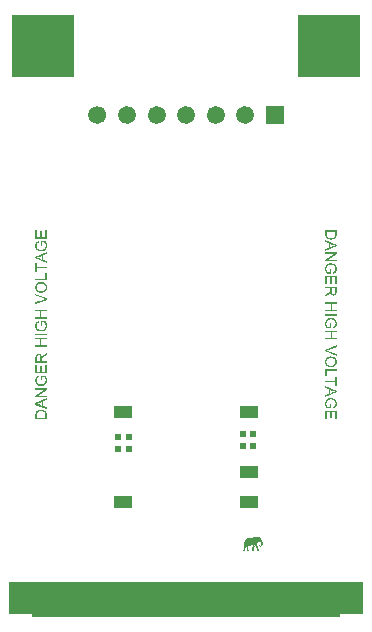
<source format=gbr>
%TF.GenerationSoftware,Altium Limited,Altium Designer,22.1.2 (22)*%
G04 Layer_Color=8388736*
%FSLAX26Y26*%
%MOIN*%
%TF.SameCoordinates,654C00B4-3322-4B45-B6E3-0FD47356756A*%
%TF.FilePolarity,Negative*%
%TF.FileFunction,Soldermask,Top*%
%TF.Part,Single*%
G01*
G75*
%TA.AperFunction,NonConductor*%
%ADD33R,1.031496X0.115157*%
%ADD34R,1.181102X0.106299*%
%TA.AperFunction,SMDPad,CuDef*%
%ADD40R,0.019291X0.021260*%
%TA.AperFunction,ConnectorPad*%
%ADD41R,0.024409X0.091339*%
%TA.AperFunction,ComponentPad*%
%ADD44C,0.059150*%
%ADD45R,0.059150X0.059150*%
%TA.AperFunction,ViaPad*%
%ADD46R,0.209449X0.209449*%
%TA.AperFunction,NonConductor*%
%ADD47C,0.029575*%
%TA.AperFunction,SMDPad,CuDef*%
%ADD48R,0.059843X0.040157*%
G36*
X230925Y257148D02*
X232250D01*
Y256817D01*
X234898D01*
Y257148D01*
X238209D01*
Y256817D01*
X241519D01*
Y256486D01*
X243506D01*
Y256155D01*
X244830D01*
Y255823D01*
X245161D01*
Y255493D01*
X245823D01*
Y255161D01*
X246486D01*
Y254830D01*
X246817D01*
Y254499D01*
X247148D01*
Y254168D01*
X247479D01*
Y253837D01*
X247810D01*
Y253506D01*
X248141D01*
Y253175D01*
X248472D01*
Y252844D01*
Y252513D01*
X248141D01*
Y252182D01*
Y251851D01*
X248472D01*
Y252182D01*
X248803D01*
Y252513D01*
X249134D01*
Y252182D01*
Y251851D01*
X249465D01*
Y251520D01*
Y251189D01*
X250127D01*
Y250857D01*
X249796D01*
Y250526D01*
X250458D01*
Y250195D01*
X250789D01*
Y249864D01*
Y249533D01*
Y249202D01*
X251120D01*
Y248871D01*
X251452D01*
Y248540D01*
Y248209D01*
X251783D01*
Y247878D01*
Y247547D01*
Y247216D01*
X252114D01*
Y246885D01*
Y246554D01*
X252445D01*
Y246222D01*
Y245891D01*
X252776D01*
Y245560D01*
Y245229D01*
X253107D01*
Y244898D01*
X253438D01*
Y244567D01*
Y244236D01*
X253769D01*
Y243905D01*
Y243574D01*
X254100D01*
Y243243D01*
X254431D01*
Y242912D01*
X254100D01*
Y242581D01*
X254431D01*
Y242250D01*
X254762D01*
Y241919D01*
Y241588D01*
Y241256D01*
X255093D01*
Y240925D01*
Y240594D01*
Y240263D01*
X255424D01*
Y239932D01*
Y239601D01*
Y239270D01*
Y238939D01*
Y238608D01*
X255755D01*
Y238277D01*
Y237946D01*
X260059D01*
Y237615D01*
X259728D01*
Y237284D01*
X259066D01*
Y236952D01*
X257742D01*
Y236621D01*
X259728D01*
Y236290D01*
X259397D01*
Y235959D01*
X259066D01*
Y236290D01*
X258735D01*
Y235959D01*
X258404D01*
Y235628D01*
X256087D01*
Y235297D01*
Y234966D01*
Y234635D01*
Y234304D01*
Y233973D01*
Y233642D01*
Y233311D01*
Y232980D01*
Y232649D01*
Y232317D01*
X255755D01*
Y231987D01*
Y231655D01*
Y231324D01*
Y230993D01*
X255424D01*
Y230662D01*
X255093D01*
Y230331D01*
X255424D01*
Y230000D01*
X255093D01*
Y229669D01*
X254762D01*
Y229338D01*
X254431D01*
Y229007D01*
X254762D01*
Y228676D01*
X254431D01*
Y228345D01*
Y228014D01*
X254100D01*
Y228345D01*
X253769D01*
Y228014D01*
X254100D01*
Y227683D01*
Y227351D01*
X253769D01*
Y227020D01*
X253438D01*
Y226689D01*
Y226358D01*
X253107D01*
Y226027D01*
X252445D01*
Y225696D01*
Y225365D01*
X251783D01*
Y225034D01*
X251452D01*
Y224703D01*
X250789D01*
Y224372D01*
X249796D01*
Y224041D01*
X248141D01*
Y224372D01*
X247148D01*
Y224703D01*
X246486D01*
Y225034D01*
X246154D01*
Y225365D01*
X245823D01*
Y225696D01*
X245492D01*
Y226027D01*
Y226358D01*
Y226689D01*
X245161D01*
Y227020D01*
Y227351D01*
X244830D01*
Y227683D01*
Y228014D01*
Y228345D01*
Y228676D01*
X245161D01*
Y229007D01*
X245492D01*
Y229338D01*
X245161D01*
Y229669D01*
X245492D01*
Y230000D01*
Y230331D01*
X245823D01*
Y230662D01*
X246154D01*
Y230993D01*
X246486D01*
Y231324D01*
X247479D01*
Y230993D01*
X247810D01*
Y230662D01*
Y230331D01*
X247479D01*
Y230000D01*
X247810D01*
Y229669D01*
Y229338D01*
X247479D01*
Y229007D01*
X247148D01*
Y228676D01*
Y228345D01*
Y228014D01*
X247479D01*
Y227683D01*
X248141D01*
Y227351D01*
X249134D01*
Y227683D01*
X249796D01*
Y228014D01*
X250127D01*
Y228345D01*
X250458D01*
Y228676D01*
Y229007D01*
Y229338D01*
X250789D01*
Y229669D01*
X251120D01*
Y230000D01*
X250789D01*
Y230331D01*
X251120D01*
Y230662D01*
Y230993D01*
Y231324D01*
Y231655D01*
Y231987D01*
Y232317D01*
Y232649D01*
Y232980D01*
Y233311D01*
Y233642D01*
Y233973D01*
Y234304D01*
X251452D01*
Y234635D01*
X251120D01*
Y234966D01*
Y235297D01*
X250789D01*
Y235628D01*
Y235959D01*
X250458D01*
Y236290D01*
Y236621D01*
Y236952D01*
X250127D01*
Y237284D01*
Y237615D01*
X249796D01*
Y237946D01*
Y238277D01*
X249465D01*
Y238608D01*
X247479D01*
Y238277D01*
X246486D01*
Y238608D01*
X246154D01*
Y238939D01*
X245492D01*
Y239270D01*
X245161D01*
Y239601D01*
X244499D01*
Y239932D01*
X242182D01*
Y239601D01*
X241851D01*
Y239270D01*
X241188D01*
Y238939D01*
Y238608D01*
X240195D01*
Y238277D01*
Y237946D01*
X239533D01*
Y237615D01*
X238871D01*
Y237946D01*
X238540D01*
Y237615D01*
X237878D01*
Y237946D01*
X237216D01*
Y238277D01*
X236553D01*
Y238608D01*
X235891D01*
Y238939D01*
Y239270D01*
X235560D01*
Y238939D01*
X235229D01*
Y239270D01*
X234898D01*
Y239601D01*
X234567D01*
Y239932D01*
Y240263D01*
X234898D01*
Y240594D01*
X234236D01*
Y240263D01*
Y239932D01*
X233905D01*
Y240263D01*
X233574D01*
Y240594D01*
X233243D01*
Y240925D01*
X232912D01*
Y241256D01*
X232581D01*
Y241588D01*
X232250D01*
Y241919D01*
X231918D01*
Y242250D01*
X231587D01*
Y242581D01*
Y242912D01*
X231256D01*
Y243243D01*
X230925D01*
Y243574D01*
X230594D01*
Y243905D01*
Y244236D01*
X230263D01*
Y244567D01*
X229932D01*
Y244898D01*
Y245229D01*
X229601D01*
Y244898D01*
Y244567D01*
X229932D01*
Y244236D01*
Y243905D01*
X230263D01*
Y243574D01*
Y243243D01*
X230594D01*
Y242912D01*
X230925D01*
Y242581D01*
X231256D01*
Y242250D01*
Y241919D01*
X231587D01*
Y241588D01*
X231918D01*
Y241256D01*
X232250D01*
Y240925D01*
X232581D01*
Y240594D01*
X232912D01*
Y240263D01*
X233574D01*
Y239932D01*
X233905D01*
Y239601D01*
X234236D01*
Y239270D01*
X234567D01*
Y238939D01*
X235229D01*
Y238608D01*
X235560D01*
Y238277D01*
Y237946D01*
X236222D01*
Y237615D01*
Y237284D01*
Y236952D01*
Y236621D01*
Y236290D01*
Y235959D01*
Y235628D01*
Y235297D01*
X236553D01*
Y234966D01*
Y234635D01*
Y234304D01*
Y233973D01*
Y233642D01*
Y233311D01*
Y232980D01*
Y232649D01*
X236885D01*
Y232317D01*
X237216D01*
Y231987D01*
Y231655D01*
Y231324D01*
X237547D01*
Y230993D01*
Y230662D01*
X237878D01*
Y230331D01*
Y230000D01*
Y229669D01*
Y229338D01*
Y229007D01*
X238209D01*
Y228676D01*
Y228345D01*
Y228014D01*
X238540D01*
Y227683D01*
Y227351D01*
X238209D01*
Y227020D01*
X238540D01*
Y226689D01*
X238871D01*
Y226358D01*
Y226027D01*
X238540D01*
Y225696D01*
X238871D01*
Y225365D01*
Y225034D01*
X239202D01*
Y224703D01*
Y224372D01*
Y224041D01*
X239533D01*
Y223710D01*
Y223379D01*
Y223048D01*
Y222716D01*
X239864D01*
Y222385D01*
Y222054D01*
Y221723D01*
X240195D01*
Y221392D01*
X239864D01*
Y221061D01*
X240195D01*
Y220730D01*
X240526D01*
Y220399D01*
Y220068D01*
Y219737D01*
X240857D01*
Y219406D01*
Y219075D01*
Y218744D01*
X241188D01*
Y218413D01*
X240857D01*
Y218082D01*
X241188D01*
Y217750D01*
Y217419D01*
X241519D01*
Y217088D01*
X241188D01*
Y216757D01*
X241519D01*
Y216426D01*
Y216095D01*
Y215764D01*
Y215433D01*
Y215102D01*
X241851D01*
Y214771D01*
Y214440D01*
Y214109D01*
X242182D01*
Y213778D01*
Y213447D01*
X242513D01*
Y213115D01*
Y212784D01*
X242844D01*
Y212453D01*
Y212122D01*
X243175D01*
Y211791D01*
X243506D01*
Y211460D01*
Y211129D01*
X243837D01*
Y210798D01*
X244168D01*
Y210467D01*
X244499D01*
Y210136D01*
Y209805D01*
X244168D01*
Y209474D01*
X243175D01*
Y209143D01*
X240195D01*
Y208812D01*
X239864D01*
Y209143D01*
X237547D01*
Y209474D01*
Y209805D01*
X237216D01*
Y210136D01*
Y210467D01*
Y210798D01*
Y211129D01*
X237547D01*
Y211460D01*
Y211791D01*
X237878D01*
Y212122D01*
X238209D01*
Y212453D01*
Y212784D01*
X237878D01*
Y213115D01*
Y213447D01*
Y213778D01*
X237547D01*
Y214109D01*
Y214440D01*
Y214771D01*
X237216D01*
Y215102D01*
Y215433D01*
Y215764D01*
X236885D01*
Y216095D01*
Y216426D01*
X236553D01*
Y216757D01*
Y217088D01*
X236222D01*
Y217419D01*
Y217750D01*
X235891D01*
Y218082D01*
Y218413D01*
X235560D01*
Y218744D01*
X235229D01*
Y219075D01*
Y219406D01*
X234898D01*
Y219737D01*
X235229D01*
Y220068D01*
X234567D01*
Y220399D01*
Y220730D01*
Y221061D01*
X233905D01*
Y221392D01*
Y221723D01*
X233574D01*
Y222054D01*
Y222385D01*
X233243D01*
Y222716D01*
X232912D01*
Y223048D01*
X233574D01*
Y223379D01*
X232581D01*
Y223710D01*
X232250D01*
Y224041D01*
Y224372D01*
X231918D01*
Y224703D01*
X231587D01*
Y225034D01*
X231256D01*
Y225365D01*
X230925D01*
Y225696D01*
X230594D01*
Y226027D01*
X230263D01*
Y226358D01*
X229932D01*
Y226689D01*
X229601D01*
Y227020D01*
X229270D01*
Y227351D01*
X228939D01*
Y227683D01*
X228608D01*
Y228014D01*
Y228345D01*
X228277D01*
Y228676D01*
X227946D01*
Y229007D01*
Y229338D01*
X227615D01*
Y229669D01*
X227283D01*
Y230000D01*
Y230331D01*
X226952D01*
Y230662D01*
Y230993D01*
X226621D01*
Y231324D01*
Y231655D01*
X226290D01*
Y231324D01*
Y230993D01*
X226621D01*
Y230662D01*
Y230331D01*
X226952D01*
Y230000D01*
Y229669D01*
X227283D01*
Y229338D01*
Y229007D01*
X227615D01*
Y228676D01*
X227946D01*
Y228345D01*
Y228014D01*
X228277D01*
Y227683D01*
X228608D01*
Y227351D01*
Y227020D01*
X228939D01*
Y226689D01*
Y226358D01*
Y226027D01*
Y225696D01*
X228608D01*
Y225365D01*
Y225034D01*
Y224703D01*
X228277D01*
Y224372D01*
Y224041D01*
Y223710D01*
X227946D01*
Y223379D01*
Y223048D01*
X227615D01*
Y222716D01*
Y222385D01*
Y222054D01*
X227283D01*
Y221723D01*
Y221392D01*
Y221061D01*
X226952D01*
Y220730D01*
Y220399D01*
Y220068D01*
Y219737D01*
X226621D01*
Y219406D01*
Y219075D01*
Y218744D01*
Y218413D01*
X226290D01*
Y218082D01*
Y217750D01*
Y217419D01*
X225959D01*
Y217088D01*
Y216757D01*
X225628D01*
Y216426D01*
Y216095D01*
Y215764D01*
X225297D01*
Y215433D01*
Y215102D01*
X224966D01*
Y214771D01*
Y214440D01*
Y214109D01*
Y213778D01*
Y213447D01*
X224635D01*
Y213115D01*
Y212784D01*
X224966D01*
Y212453D01*
Y212122D01*
Y211791D01*
X225297D01*
Y211460D01*
X225628D01*
Y211129D01*
X225959D01*
Y210798D01*
X226290D01*
Y210467D01*
X226621D01*
Y210136D01*
Y209805D01*
X226952D01*
Y209474D01*
Y209143D01*
Y208812D01*
X226290D01*
Y208481D01*
X221986D01*
Y208812D01*
X220993D01*
Y208481D01*
X219338D01*
Y208812D01*
X219007D01*
Y209143D01*
Y209474D01*
Y209805D01*
Y210136D01*
X219338D01*
Y210467D01*
Y210798D01*
X219669D01*
Y211129D01*
X220331D01*
Y211460D01*
Y211791D01*
Y212122D01*
X220662D01*
Y212453D01*
X220331D01*
Y212784D01*
Y213115D01*
Y213447D01*
Y213778D01*
Y214109D01*
Y214440D01*
Y214771D01*
Y215102D01*
Y215433D01*
Y215764D01*
Y216095D01*
X220662D01*
Y216426D01*
Y216757D01*
Y217088D01*
Y217419D01*
Y217750D01*
Y218082D01*
Y218413D01*
Y218744D01*
X220993D01*
Y219075D01*
Y219406D01*
Y219737D01*
Y220068D01*
Y220399D01*
X221324D01*
Y220730D01*
Y221061D01*
Y221392D01*
Y221723D01*
Y222054D01*
Y222385D01*
X221655D01*
Y222716D01*
Y223048D01*
Y223379D01*
Y223710D01*
Y224041D01*
Y224372D01*
Y224703D01*
Y225034D01*
Y225365D01*
Y225696D01*
Y226027D01*
Y226358D01*
X221986D01*
Y226689D01*
X221655D01*
Y227020D01*
Y227351D01*
Y227683D01*
Y228014D01*
Y228345D01*
Y228676D01*
Y229007D01*
Y229338D01*
X221324D01*
Y229669D01*
Y230000D01*
Y230331D01*
X220662D01*
Y230000D01*
X220000D01*
Y229669D01*
X219338D01*
Y229338D01*
X218676D01*
Y229007D01*
X217683D01*
Y228676D01*
X216689D01*
Y228345D01*
X215034D01*
Y228014D01*
X214372D01*
Y228345D01*
X213379D01*
Y228014D01*
X211061D01*
Y228345D01*
X210730D01*
Y228014D01*
X211061D01*
Y227683D01*
X210399D01*
Y227351D01*
Y227020D01*
X210068D01*
Y226689D01*
X209737D01*
Y226358D01*
X209406D01*
Y226027D01*
X209075D01*
Y225696D01*
X208744D01*
Y225365D01*
X208412D01*
Y225034D01*
X208081D01*
Y224703D01*
X207750D01*
Y224372D01*
Y224041D01*
X207419D01*
Y223710D01*
Y223379D01*
Y223048D01*
X207088D01*
Y222716D01*
Y222385D01*
X206757D01*
Y222054D01*
Y221723D01*
Y221392D01*
X206426D01*
Y221061D01*
Y220730D01*
Y220399D01*
Y220068D01*
X206757D01*
Y219737D01*
Y219406D01*
Y219075D01*
Y218744D01*
Y218413D01*
Y218082D01*
Y217750D01*
Y217419D01*
Y217088D01*
Y216757D01*
Y216426D01*
Y216095D01*
Y215764D01*
Y215433D01*
Y215102D01*
Y214771D01*
X207088D01*
Y214440D01*
Y214109D01*
Y213778D01*
X207419D01*
Y213447D01*
Y213115D01*
X207750D01*
Y212784D01*
X208081D01*
Y212453D01*
X208412D01*
Y212122D01*
X208744D01*
Y211791D01*
X209075D01*
Y211460D01*
X209406D01*
Y211129D01*
X209737D01*
Y210798D01*
X210068D01*
Y210467D01*
Y210136D01*
Y209805D01*
X209737D01*
Y209474D01*
X202453D01*
Y209805D01*
X201791D01*
Y210136D01*
Y210467D01*
Y210798D01*
Y211129D01*
Y211460D01*
Y211791D01*
Y212122D01*
Y212453D01*
Y212784D01*
Y213115D01*
Y213447D01*
Y213778D01*
Y214109D01*
Y214440D01*
X202122D01*
Y214771D01*
Y215102D01*
Y215433D01*
Y215764D01*
Y216095D01*
X202453D01*
Y216426D01*
Y216757D01*
Y217088D01*
Y217419D01*
Y217750D01*
Y218082D01*
Y218413D01*
Y218744D01*
Y219075D01*
Y219406D01*
Y219737D01*
Y220068D01*
Y220399D01*
Y220730D01*
Y221061D01*
Y221392D01*
X202122D01*
Y221723D01*
Y222054D01*
Y222385D01*
Y222716D01*
Y223048D01*
Y223379D01*
Y223710D01*
X201791D01*
Y224041D01*
X201460D01*
Y224372D01*
X201129D01*
Y224703D01*
X201460D01*
Y225034D01*
X201791D01*
Y225365D01*
X202122D01*
Y225696D01*
X202453D01*
Y226027D01*
X202784D01*
Y226358D01*
Y226689D01*
X203115D01*
Y227020D01*
X203778D01*
Y227351D01*
Y227683D01*
Y228014D01*
X203446D01*
Y227683D01*
X203115D01*
Y227351D01*
X202784D01*
Y227020D01*
X202453D01*
Y226689D01*
Y226358D01*
X202122D01*
Y226027D01*
X201791D01*
Y226358D01*
X201129D01*
Y226027D01*
X201791D01*
Y225696D01*
X201460D01*
Y225365D01*
X201129D01*
Y225034D01*
X200798D01*
Y224703D01*
Y224372D01*
X200467D01*
Y224041D01*
X200136D01*
Y223710D01*
X199805D01*
Y223379D01*
X199474D01*
Y223048D01*
Y222716D01*
X199143D01*
Y222385D01*
X198811D01*
Y222054D01*
Y221723D01*
X198480D01*
Y221392D01*
Y221061D01*
X197818D01*
Y220730D01*
X198149D01*
Y220399D01*
X197818D01*
Y220068D01*
X197487D01*
Y219737D01*
Y219406D01*
Y219075D01*
X197156D01*
Y218744D01*
Y218413D01*
X196825D01*
Y218082D01*
Y217750D01*
X196494D01*
Y217419D01*
X196825D01*
Y217088D01*
X196494D01*
Y216757D01*
Y216426D01*
Y216095D01*
Y215764D01*
X196163D01*
Y216095D01*
X195832D01*
Y215764D01*
X196163D01*
Y215433D01*
Y215102D01*
Y214771D01*
Y214440D01*
X195832D01*
Y214109D01*
Y213778D01*
Y213447D01*
X195501D01*
Y213115D01*
Y212784D01*
Y212453D01*
X195170D01*
Y212122D01*
X195501D01*
Y211791D01*
Y211460D01*
Y211129D01*
X195832D01*
Y210798D01*
X195501D01*
Y211129D01*
X195170D01*
Y210798D01*
X195501D01*
Y210467D01*
Y210136D01*
Y209805D01*
X194839D01*
Y209474D01*
X194507D01*
Y209805D01*
X191528D01*
Y210136D01*
X191197D01*
Y210467D01*
X190866D01*
Y210798D01*
Y211129D01*
X190535D01*
Y211460D01*
Y211791D01*
Y212122D01*
Y212453D01*
Y212784D01*
Y213115D01*
X190866D01*
Y213447D01*
Y213778D01*
X191197D01*
Y214109D01*
X191528D01*
Y214440D01*
X191859D01*
Y214771D01*
X192190D01*
Y214440D01*
X192521D01*
Y214771D01*
X192190D01*
Y215102D01*
Y215433D01*
Y215764D01*
Y216095D01*
X192521D01*
Y216426D01*
Y216757D01*
Y217088D01*
X192852D01*
Y217419D01*
Y217750D01*
X193183D01*
Y218082D01*
Y218413D01*
X192521D01*
Y218082D01*
X192190D01*
Y218413D01*
Y218744D01*
X191528D01*
Y219075D01*
Y219406D01*
X191859D01*
Y219737D01*
Y220068D01*
Y220399D01*
Y220730D01*
Y221061D01*
X192190D01*
Y221392D01*
Y221723D01*
Y222054D01*
X192521D01*
Y222385D01*
Y222716D01*
Y223048D01*
Y223379D01*
X192852D01*
Y223710D01*
Y224041D01*
Y224372D01*
X193183D01*
Y224703D01*
Y225034D01*
Y225365D01*
X193514D01*
Y225696D01*
Y226027D01*
Y226358D01*
Y226689D01*
X193845D01*
Y226358D01*
X194177D01*
Y226027D01*
Y225696D01*
Y225365D01*
Y225034D01*
X193845D01*
Y224703D01*
Y224372D01*
Y224041D01*
Y223710D01*
X193514D01*
Y223379D01*
Y223048D01*
Y222716D01*
X193183D01*
Y222385D01*
Y222054D01*
Y221723D01*
Y221392D01*
Y221061D01*
Y220730D01*
Y220399D01*
Y220068D01*
Y219737D01*
Y219406D01*
Y219075D01*
X192852D01*
Y218744D01*
X193514D01*
Y219075D01*
Y219406D01*
Y219737D01*
X193845D01*
Y220068D01*
Y220399D01*
Y220730D01*
Y221061D01*
X194177D01*
Y221392D01*
Y221723D01*
Y222054D01*
Y222385D01*
Y222716D01*
X194507D01*
Y223048D01*
Y223379D01*
Y223710D01*
Y224041D01*
Y224372D01*
Y224703D01*
Y225034D01*
Y225365D01*
Y225696D01*
Y226027D01*
Y226358D01*
Y226689D01*
X194177D01*
Y227020D01*
X193845D01*
Y227351D01*
Y227683D01*
Y228014D01*
X194177D01*
Y228345D01*
Y228676D01*
Y229007D01*
Y229338D01*
Y229669D01*
Y230000D01*
Y230331D01*
Y230662D01*
X194507D01*
Y230993D01*
Y231324D01*
Y231655D01*
Y231987D01*
Y232317D01*
Y232649D01*
Y232980D01*
X194839D01*
Y233311D01*
Y233642D01*
Y233973D01*
Y234304D01*
Y234635D01*
Y234966D01*
Y235297D01*
Y235628D01*
Y235959D01*
Y236290D01*
Y236621D01*
Y236952D01*
Y237284D01*
Y237615D01*
Y237946D01*
Y238277D01*
Y238608D01*
Y238939D01*
Y239270D01*
X195170D01*
Y239601D01*
Y239932D01*
Y240263D01*
Y240594D01*
Y240925D01*
X195501D01*
Y241256D01*
Y241588D01*
X195832D01*
Y241919D01*
Y242250D01*
Y242581D01*
X196163D01*
Y242912D01*
X196494D01*
Y243243D01*
Y243574D01*
X196825D01*
Y243905D01*
Y244236D01*
X197487D01*
Y244567D01*
Y244898D01*
Y245229D01*
X197818D01*
Y245560D01*
X198149D01*
Y245891D01*
X198811D01*
Y246222D01*
X198480D01*
Y246554D01*
X198811D01*
Y246885D01*
X199143D01*
Y247216D01*
Y247547D01*
X199474D01*
Y247878D01*
X199805D01*
Y248209D01*
Y248540D01*
X200136D01*
Y248871D01*
X200467D01*
Y249202D01*
X200798D01*
Y248871D01*
X201129D01*
Y249202D01*
X200798D01*
Y249533D01*
Y249864D01*
X201129D01*
Y250195D01*
X201460D01*
Y250526D01*
X201791D01*
Y250857D01*
X202122D01*
Y251189D01*
X203115D01*
Y251520D01*
Y251851D01*
X203446D01*
Y251520D01*
X203778D01*
Y251851D01*
Y252182D01*
X204440D01*
Y252513D01*
X205102D01*
Y252844D01*
X206426D01*
Y253175D01*
X207419D01*
Y252844D01*
X207750D01*
Y253175D01*
X207419D01*
Y253506D01*
X210068D01*
Y253837D01*
X218014D01*
Y254168D01*
X219669D01*
Y254499D01*
X220662D01*
Y254830D01*
X221655D01*
Y255161D01*
X222649D01*
Y255493D01*
X223973D01*
Y255823D01*
X224966D01*
Y256155D01*
X226290D01*
Y256486D01*
X226952D01*
Y256817D01*
X227946D01*
Y257148D01*
X228277D01*
Y256817D01*
X228608D01*
Y257148D01*
X228939D01*
Y256817D01*
X229270D01*
Y257148D01*
X228939D01*
Y257479D01*
X230925D01*
Y257148D01*
D02*
G37*
G36*
X265701Y1692961D02*
X324850D01*
Y1633811D01*
X265701D01*
Y1692961D01*
D02*
G37*
G36*
X-464100Y1251162D02*
X-501883D01*
Y1278517D01*
X-497406D01*
Y1256186D01*
X-485885D01*
Y1277098D01*
X-481408D01*
Y1256186D01*
X-468577D01*
Y1279391D01*
X-464100D01*
Y1251162D01*
D02*
G37*
G36*
X-469287Y1243682D02*
X-469232Y1243573D01*
X-469069Y1243355D01*
X-468850Y1243082D01*
X-468632Y1242754D01*
X-468359Y1242372D01*
X-468031Y1241880D01*
X-467704Y1241389D01*
X-466994Y1240243D01*
X-466229Y1238932D01*
X-465520Y1237567D01*
X-464919Y1236093D01*
Y1236038D01*
X-464864Y1235929D01*
X-464810Y1235711D01*
X-464701Y1235438D01*
X-464591Y1235055D01*
X-464428Y1234619D01*
X-464318Y1234127D01*
X-464209Y1233636D01*
X-463936Y1232435D01*
X-463663Y1231070D01*
X-463499Y1229595D01*
X-463445Y1228067D01*
Y1227521D01*
X-463499Y1227139D01*
Y1226647D01*
X-463554Y1226046D01*
X-463663Y1225391D01*
X-463718Y1224681D01*
X-464045Y1223098D01*
X-464428Y1221406D01*
X-465028Y1219658D01*
X-465356Y1218785D01*
X-465793Y1217911D01*
X-465847Y1217857D01*
X-465902Y1217693D01*
X-466066Y1217474D01*
X-466229Y1217147D01*
X-466502Y1216764D01*
X-466775Y1216382D01*
X-467540Y1215345D01*
X-468523Y1214253D01*
X-469724Y1213106D01*
X-471089Y1212014D01*
X-472672Y1211032D01*
X-472727D01*
X-472891Y1210922D01*
X-473109Y1210813D01*
X-473491Y1210649D01*
X-473873Y1210486D01*
X-474419Y1210322D01*
X-474965Y1210103D01*
X-475621Y1209885D01*
X-476330Y1209667D01*
X-477149Y1209448D01*
X-477968Y1209284D01*
X-478842Y1209120D01*
X-480753Y1208848D01*
X-482773Y1208738D01*
X-482828D01*
X-483046D01*
X-483319D01*
X-483701Y1208793D01*
X-484193D01*
X-484793Y1208848D01*
X-485394Y1208957D01*
X-486104Y1209011D01*
X-486868Y1209175D01*
X-487687Y1209284D01*
X-489434Y1209721D01*
X-491236Y1210267D01*
X-493038Y1211032D01*
X-493093Y1211086D01*
X-493256Y1211141D01*
X-493475Y1211250D01*
X-493802Y1211468D01*
X-494239Y1211687D01*
X-494676Y1211960D01*
X-495713Y1212724D01*
X-496915Y1213652D01*
X-498061Y1214799D01*
X-499208Y1216109D01*
X-499699Y1216874D01*
X-500191Y1217638D01*
X-500245Y1217693D01*
X-500300Y1217857D01*
X-500409Y1218075D01*
X-500573Y1218402D01*
X-500737Y1218839D01*
X-500955Y1219331D01*
X-501173Y1219877D01*
X-501392Y1220532D01*
X-501610Y1221242D01*
X-501774Y1222006D01*
X-501992Y1222825D01*
X-502156Y1223699D01*
X-502429Y1225610D01*
X-502538Y1226592D01*
Y1228340D01*
X-502484Y1228667D01*
Y1229104D01*
X-502375Y1230141D01*
X-502211Y1231288D01*
X-501938Y1232489D01*
X-501610Y1233800D01*
X-501173Y1235055D01*
Y1235110D01*
X-501119Y1235219D01*
X-501064Y1235383D01*
X-500955Y1235601D01*
X-500627Y1236202D01*
X-500245Y1236966D01*
X-499699Y1237785D01*
X-499044Y1238659D01*
X-498334Y1239478D01*
X-497461Y1240243D01*
X-497351Y1240352D01*
X-497024Y1240570D01*
X-496532Y1240898D01*
X-495823Y1241334D01*
X-494949Y1241771D01*
X-493857Y1242263D01*
X-492656Y1242754D01*
X-491291Y1243136D01*
X-490090Y1238604D01*
X-490144D01*
X-490199Y1238550D01*
X-490363Y1238495D01*
X-490581Y1238441D01*
X-491072Y1238277D01*
X-491728Y1238059D01*
X-492492Y1237731D01*
X-493202Y1237349D01*
X-493966Y1236966D01*
X-494621Y1236475D01*
X-494676Y1236420D01*
X-494894Y1236257D01*
X-495167Y1235929D01*
X-495550Y1235547D01*
X-495986Y1235055D01*
X-496423Y1234400D01*
X-496860Y1233690D01*
X-497242Y1232871D01*
X-497297Y1232762D01*
X-497406Y1232489D01*
X-497570Y1231998D01*
X-497788Y1231343D01*
X-497952Y1230578D01*
X-498116Y1229705D01*
X-498225Y1228722D01*
X-498280Y1227685D01*
Y1227084D01*
X-498225Y1226811D01*
Y1226483D01*
X-498170Y1225664D01*
X-498007Y1224736D01*
X-497843Y1223699D01*
X-497570Y1222716D01*
X-497188Y1221733D01*
X-497133Y1221624D01*
X-497024Y1221296D01*
X-496751Y1220860D01*
X-496478Y1220313D01*
X-496041Y1219658D01*
X-495604Y1218948D01*
X-495058Y1218293D01*
X-494458Y1217693D01*
X-494403Y1217638D01*
X-494185Y1217420D01*
X-493802Y1217147D01*
X-493366Y1216819D01*
X-492820Y1216437D01*
X-492164Y1216055D01*
X-491455Y1215672D01*
X-490690Y1215290D01*
X-490636D01*
X-490526Y1215236D01*
X-490363Y1215181D01*
X-490090Y1215072D01*
X-489762Y1214963D01*
X-489380Y1214853D01*
X-488943Y1214690D01*
X-488452Y1214581D01*
X-487305Y1214307D01*
X-485995Y1214089D01*
X-484630Y1213925D01*
X-483101Y1213871D01*
X-483046D01*
X-482882D01*
X-482609D01*
X-482282Y1213925D01*
X-481845D01*
X-481299Y1213980D01*
X-480753Y1214034D01*
X-480152Y1214089D01*
X-478787Y1214307D01*
X-477368Y1214581D01*
X-475948Y1215017D01*
X-474583Y1215563D01*
X-474529D01*
X-474419Y1215672D01*
X-474256Y1215727D01*
X-474037Y1215891D01*
X-473437Y1216273D01*
X-472672Y1216874D01*
X-471853Y1217583D01*
X-471034Y1218457D01*
X-470270Y1219495D01*
X-469560Y1220641D01*
Y1220696D01*
X-469505Y1220805D01*
X-469396Y1220969D01*
X-469287Y1221242D01*
X-469178Y1221515D01*
X-469069Y1221897D01*
X-468741Y1222771D01*
X-468468Y1223862D01*
X-468195Y1225064D01*
X-467977Y1226374D01*
X-467922Y1227739D01*
Y1228285D01*
X-467977Y1228613D01*
Y1228940D01*
X-468086Y1229759D01*
X-468195Y1230742D01*
X-468413Y1231780D01*
X-468741Y1232926D01*
X-469123Y1234073D01*
Y1234127D01*
X-469178Y1234236D01*
X-469232Y1234346D01*
X-469342Y1234564D01*
X-469615Y1235165D01*
X-469942Y1235820D01*
X-470324Y1236584D01*
X-470761Y1237403D01*
X-471253Y1238168D01*
X-471799Y1238823D01*
X-478897D01*
Y1227685D01*
X-483374D01*
Y1243737D01*
X-469342D01*
X-469287Y1243682D01*
D02*
G37*
G36*
X-464100Y1200330D02*
X-475566Y1195907D01*
Y1180073D01*
X-464100Y1175978D01*
Y1170682D01*
X-501883Y1185097D01*
Y1190556D01*
X-464100Y1206008D01*
Y1200330D01*
D02*
G37*
G36*
X-497406Y1157196D02*
X-464100D01*
Y1152173D01*
X-497406D01*
Y1139724D01*
X-501883D01*
Y1169645D01*
X-497406D01*
Y1157196D01*
D02*
G37*
G36*
X-464100Y1112970D02*
X-501883D01*
Y1117993D01*
X-468577D01*
Y1136612D01*
X-464100D01*
Y1112970D01*
D02*
G37*
G36*
X-481900Y1106691D02*
X-481408D01*
X-480808Y1106636D01*
X-480152Y1106527D01*
X-479443Y1106473D01*
X-477859Y1106199D01*
X-476112Y1105763D01*
X-474365Y1105162D01*
X-473491Y1104834D01*
X-472618Y1104398D01*
X-472563D01*
X-472399Y1104289D01*
X-472181Y1104179D01*
X-471853Y1103961D01*
X-471471Y1103743D01*
X-471089Y1103469D01*
X-470051Y1102705D01*
X-468959Y1101777D01*
X-467813Y1100685D01*
X-466721Y1099374D01*
X-465738Y1097846D01*
Y1097791D01*
X-465629Y1097682D01*
X-465520Y1097409D01*
X-465356Y1097081D01*
X-465192Y1096699D01*
X-465028Y1096262D01*
X-464810Y1095716D01*
X-464591Y1095116D01*
X-464373Y1094460D01*
X-464155Y1093751D01*
X-463827Y1092167D01*
X-463554Y1090475D01*
X-463445Y1088673D01*
Y1088127D01*
X-463499Y1087799D01*
Y1087308D01*
X-463609Y1086762D01*
X-463663Y1086161D01*
X-463772Y1085451D01*
X-464100Y1083977D01*
X-464537Y1082394D01*
X-465192Y1080756D01*
X-465574Y1079937D01*
X-466011Y1079118D01*
X-466066Y1079063D01*
X-466120Y1078954D01*
X-466284Y1078736D01*
X-466502Y1078408D01*
X-466721Y1078081D01*
X-467048Y1077698D01*
X-467867Y1076770D01*
X-468850Y1075733D01*
X-470051Y1074641D01*
X-471416Y1073658D01*
X-473000Y1072730D01*
X-473054D01*
X-473218Y1072620D01*
X-473437Y1072511D01*
X-473764Y1072402D01*
X-474201Y1072238D01*
X-474692Y1072074D01*
X-475238Y1071856D01*
X-475839Y1071692D01*
X-476549Y1071474D01*
X-477259Y1071255D01*
X-478897Y1070928D01*
X-480589Y1070709D01*
X-482446Y1070600D01*
X-482500D01*
X-482555D01*
X-482882D01*
X-483374Y1070655D01*
X-484029D01*
X-484793Y1070764D01*
X-485722Y1070873D01*
X-486759Y1071037D01*
X-487851Y1071255D01*
X-488998Y1071474D01*
X-490199Y1071802D01*
X-491400Y1072238D01*
X-492656Y1072730D01*
X-493857Y1073276D01*
X-495058Y1073986D01*
X-496150Y1074750D01*
X-497188Y1075623D01*
X-497242Y1075678D01*
X-497406Y1075842D01*
X-497679Y1076169D01*
X-498007Y1076552D01*
X-498443Y1077043D01*
X-498880Y1077644D01*
X-499372Y1078353D01*
X-499863Y1079172D01*
X-500354Y1080046D01*
X-500846Y1081029D01*
X-501283Y1082121D01*
X-501719Y1083267D01*
X-502047Y1084523D01*
X-502320Y1085834D01*
X-502484Y1087199D01*
X-502538Y1088673D01*
Y1089164D01*
X-502484Y1089546D01*
Y1090038D01*
X-502429Y1090529D01*
X-502320Y1091185D01*
X-502211Y1091840D01*
X-501938Y1093259D01*
X-501501Y1094897D01*
X-500846Y1096481D01*
X-500464Y1097300D01*
X-500027Y1098119D01*
X-499972Y1098173D01*
X-499918Y1098283D01*
X-499754Y1098501D01*
X-499590Y1098829D01*
X-499317Y1099156D01*
X-498989Y1099593D01*
X-498225Y1100521D01*
X-497242Y1101504D01*
X-496041Y1102596D01*
X-494621Y1103633D01*
X-493038Y1104507D01*
X-492983D01*
X-492820Y1104616D01*
X-492601Y1104725D01*
X-492274Y1104834D01*
X-491837Y1105053D01*
X-491345Y1105217D01*
X-490745Y1105435D01*
X-490090Y1105653D01*
X-489380Y1105817D01*
X-488615Y1106036D01*
X-487742Y1106254D01*
X-486868Y1106418D01*
X-484957Y1106636D01*
X-482882Y1106745D01*
X-482828D01*
X-482609D01*
X-482336D01*
X-481900Y1106691D01*
D02*
G37*
G36*
X-464100Y1052855D02*
Y1047614D01*
X-501883Y1032981D01*
Y1038441D01*
X-474419Y1048269D01*
X-474365D01*
X-474256Y1048323D01*
X-474092Y1048378D01*
X-473873Y1048487D01*
X-473546Y1048542D01*
X-473218Y1048651D01*
X-472399Y1048924D01*
X-471471Y1049252D01*
X-470434Y1049579D01*
X-468250Y1050235D01*
X-468304D01*
X-468413Y1050289D01*
X-468577Y1050344D01*
X-468796Y1050398D01*
X-469396Y1050562D01*
X-470215Y1050835D01*
X-471143Y1051108D01*
X-472181Y1051436D01*
X-473273Y1051818D01*
X-474419Y1052255D01*
X-501883Y1062520D01*
Y1067597D01*
X-464100Y1052855D01*
D02*
G37*
G36*
Y1008848D02*
X-481900D01*
Y989301D01*
X-464100D01*
Y984278D01*
X-501883D01*
Y989301D01*
X-486377D01*
Y1008848D01*
X-501883D01*
Y1013871D01*
X-464100D01*
Y1008848D01*
D02*
G37*
G36*
X-469287Y976688D02*
X-469232Y976579D01*
X-469069Y976361D01*
X-468850Y976088D01*
X-468632Y975760D01*
X-468359Y975378D01*
X-468031Y974886D01*
X-467704Y974395D01*
X-466994Y973249D01*
X-466229Y971938D01*
X-465520Y970573D01*
X-464919Y969099D01*
Y969044D01*
X-464864Y968935D01*
X-464810Y968717D01*
X-464701Y968444D01*
X-464591Y968062D01*
X-464428Y967625D01*
X-464318Y967133D01*
X-464209Y966642D01*
X-463936Y965441D01*
X-463663Y964076D01*
X-463499Y962601D01*
X-463445Y961073D01*
Y960527D01*
X-463499Y960144D01*
Y959653D01*
X-463554Y959053D01*
X-463663Y958397D01*
X-463718Y957688D01*
X-464045Y956104D01*
X-464428Y954412D01*
X-465028Y952664D01*
X-465356Y951791D01*
X-465793Y950917D01*
X-465847Y950862D01*
X-465902Y950699D01*
X-466066Y950480D01*
X-466229Y950153D01*
X-466502Y949770D01*
X-466775Y949388D01*
X-467540Y948351D01*
X-468523Y947259D01*
X-469724Y946112D01*
X-471089Y945020D01*
X-472672Y944038D01*
X-472727D01*
X-472891Y943928D01*
X-473109Y943819D01*
X-473491Y943655D01*
X-473873Y943491D01*
X-474419Y943328D01*
X-474965Y943109D01*
X-475621Y942891D01*
X-476330Y942673D01*
X-477149Y942454D01*
X-477968Y942290D01*
X-478842Y942126D01*
X-480753Y941854D01*
X-482773Y941744D01*
X-482828D01*
X-483046D01*
X-483319D01*
X-483701Y941799D01*
X-484193D01*
X-484793Y941854D01*
X-485394Y941963D01*
X-486104Y942017D01*
X-486868Y942181D01*
X-487687Y942290D01*
X-489434Y942727D01*
X-491236Y943273D01*
X-493038Y944038D01*
X-493093Y944092D01*
X-493256Y944147D01*
X-493475Y944256D01*
X-493802Y944474D01*
X-494239Y944693D01*
X-494676Y944966D01*
X-495713Y945730D01*
X-496915Y946658D01*
X-498061Y947805D01*
X-499208Y949115D01*
X-499699Y949880D01*
X-500191Y950644D01*
X-500245Y950699D01*
X-500300Y950862D01*
X-500409Y951081D01*
X-500573Y951409D01*
X-500737Y951845D01*
X-500955Y952337D01*
X-501173Y952883D01*
X-501392Y953538D01*
X-501610Y954248D01*
X-501774Y955012D01*
X-501992Y955831D01*
X-502156Y956705D01*
X-502429Y958616D01*
X-502538Y959598D01*
Y961346D01*
X-502484Y961673D01*
Y962110D01*
X-502375Y963148D01*
X-502211Y964294D01*
X-501938Y965495D01*
X-501610Y966806D01*
X-501173Y968062D01*
Y968116D01*
X-501119Y968225D01*
X-501064Y968389D01*
X-500955Y968607D01*
X-500627Y969208D01*
X-500245Y969972D01*
X-499699Y970792D01*
X-499044Y971665D01*
X-498334Y972484D01*
X-497461Y973249D01*
X-497351Y973358D01*
X-497024Y973576D01*
X-496532Y973904D01*
X-495823Y974341D01*
X-494949Y974777D01*
X-493857Y975269D01*
X-492656Y975760D01*
X-491291Y976142D01*
X-490090Y971611D01*
X-490144D01*
X-490199Y971556D01*
X-490363Y971501D01*
X-490581Y971447D01*
X-491072Y971283D01*
X-491728Y971064D01*
X-492492Y970737D01*
X-493202Y970355D01*
X-493966Y969972D01*
X-494621Y969481D01*
X-494676Y969427D01*
X-494894Y969263D01*
X-495167Y968935D01*
X-495550Y968553D01*
X-495986Y968062D01*
X-496423Y967406D01*
X-496860Y966697D01*
X-497242Y965878D01*
X-497297Y965768D01*
X-497406Y965495D01*
X-497570Y965004D01*
X-497788Y964349D01*
X-497952Y963584D01*
X-498116Y962711D01*
X-498225Y961728D01*
X-498280Y960691D01*
Y960090D01*
X-498225Y959817D01*
Y959489D01*
X-498170Y958670D01*
X-498007Y957742D01*
X-497843Y956705D01*
X-497570Y955722D01*
X-497188Y954739D01*
X-497133Y954630D01*
X-497024Y954302D01*
X-496751Y953865D01*
X-496478Y953319D01*
X-496041Y952664D01*
X-495604Y951955D01*
X-495058Y951299D01*
X-494458Y950699D01*
X-494403Y950644D01*
X-494185Y950426D01*
X-493802Y950153D01*
X-493366Y949825D01*
X-492820Y949443D01*
X-492164Y949061D01*
X-491455Y948678D01*
X-490690Y948296D01*
X-490636D01*
X-490526Y948242D01*
X-490363Y948187D01*
X-490090Y948078D01*
X-489762Y947969D01*
X-489380Y947860D01*
X-488943Y947696D01*
X-488452Y947587D01*
X-487305Y947313D01*
X-485995Y947095D01*
X-484630Y946931D01*
X-483101Y946877D01*
X-483046D01*
X-482882D01*
X-482609D01*
X-482282Y946931D01*
X-481845D01*
X-481299Y946986D01*
X-480753Y947040D01*
X-480152Y947095D01*
X-478787Y947313D01*
X-477368Y947587D01*
X-475948Y948023D01*
X-474583Y948569D01*
X-474529D01*
X-474419Y948678D01*
X-474256Y948733D01*
X-474037Y948897D01*
X-473437Y949279D01*
X-472672Y949880D01*
X-471853Y950590D01*
X-471034Y951463D01*
X-470270Y952500D01*
X-469560Y953647D01*
Y953702D01*
X-469505Y953811D01*
X-469396Y953975D01*
X-469287Y954248D01*
X-469178Y954521D01*
X-469069Y954903D01*
X-468741Y955777D01*
X-468468Y956869D01*
X-468195Y958070D01*
X-467977Y959380D01*
X-467922Y960745D01*
Y961291D01*
X-467977Y961619D01*
Y961946D01*
X-468086Y962765D01*
X-468195Y963748D01*
X-468413Y964785D01*
X-468741Y965932D01*
X-469123Y967079D01*
Y967133D01*
X-469178Y967242D01*
X-469232Y967352D01*
X-469342Y967570D01*
X-469615Y968171D01*
X-469942Y968826D01*
X-470324Y969590D01*
X-470761Y970409D01*
X-471253Y971174D01*
X-471799Y971829D01*
X-478897D01*
Y960691D01*
X-483374D01*
Y976743D01*
X-469342D01*
X-469287Y976688D01*
D02*
G37*
G36*
X-464100Y929186D02*
X-501883D01*
Y934210D01*
X-464100D01*
Y929186D01*
D02*
G37*
G36*
Y914990D02*
X-481900D01*
Y895443D01*
X-464100D01*
Y890420D01*
X-501883D01*
Y895443D01*
X-486377D01*
Y914990D01*
X-501883D01*
Y920014D01*
X-464100D01*
Y914990D01*
D02*
G37*
G36*
Y864485D02*
X-471962Y859517D01*
X-472017D01*
X-472126Y859408D01*
X-472290Y859298D01*
X-472508Y859135D01*
X-473109Y858752D01*
X-473873Y858261D01*
X-474692Y857660D01*
X-475566Y857060D01*
X-476385Y856459D01*
X-477149Y855913D01*
X-477204Y855859D01*
X-477422Y855695D01*
X-477750Y855422D01*
X-478132Y855039D01*
X-478951Y854221D01*
X-479333Y853784D01*
X-479661Y853347D01*
X-479716Y853292D01*
X-479770Y853183D01*
X-479879Y852965D01*
X-480043Y852637D01*
X-480207Y852309D01*
X-480371Y851927D01*
X-480644Y851054D01*
Y850999D01*
X-480698Y850890D01*
Y850672D01*
X-480753Y850399D01*
X-480808Y850016D01*
Y849580D01*
X-480862Y848979D01*
Y842536D01*
X-464100D01*
Y837513D01*
X-501883D01*
Y855039D01*
X-501829Y855476D01*
Y855968D01*
X-501774Y857114D01*
X-501610Y858316D01*
X-501446Y859626D01*
X-501173Y860827D01*
X-501010Y861428D01*
X-500846Y861919D01*
Y861974D01*
X-500791Y862028D01*
X-500627Y862356D01*
X-500409Y862847D01*
X-500027Y863448D01*
X-499535Y864103D01*
X-498880Y864813D01*
X-498116Y865468D01*
X-497242Y866123D01*
X-497188D01*
X-497133Y866178D01*
X-496805Y866396D01*
X-496259Y866615D01*
X-495550Y866942D01*
X-494731Y867215D01*
X-493748Y867488D01*
X-492710Y867652D01*
X-491564Y867707D01*
X-491509D01*
X-491400D01*
X-491182D01*
X-490909Y867652D01*
X-490526D01*
X-490144Y867597D01*
X-489216Y867379D01*
X-488124Y867052D01*
X-486977Y866615D01*
X-485831Y865960D01*
X-485285Y865523D01*
X-484739Y865086D01*
X-484684Y865031D01*
X-484630Y864977D01*
X-484466Y864813D01*
X-484302Y864595D01*
X-484084Y864322D01*
X-483865Y863994D01*
X-483592Y863557D01*
X-483265Y863120D01*
X-482992Y862574D01*
X-482719Y861974D01*
X-482391Y861318D01*
X-482118Y860609D01*
X-481900Y859790D01*
X-481627Y858971D01*
X-481463Y858043D01*
X-481299Y857060D01*
X-481244Y857169D01*
X-481135Y857387D01*
X-480917Y857715D01*
X-480698Y858152D01*
X-480098Y859135D01*
X-479716Y859626D01*
X-479388Y860063D01*
X-479279Y860172D01*
X-479006Y860445D01*
X-478569Y860882D01*
X-478023Y861428D01*
X-477259Y862028D01*
X-476440Y862738D01*
X-475457Y863448D01*
X-474365Y864212D01*
X-464100Y870710D01*
Y864485D01*
D02*
G37*
G36*
Y802296D02*
X-501883D01*
Y829650D01*
X-497406D01*
Y807319D01*
X-485885D01*
Y828231D01*
X-481408D01*
Y807319D01*
X-468577D01*
Y830524D01*
X-464100D01*
Y802296D01*
D02*
G37*
G36*
X-469287Y794816D02*
X-469232Y794707D01*
X-469069Y794488D01*
X-468850Y794215D01*
X-468632Y793888D01*
X-468359Y793505D01*
X-468031Y793014D01*
X-467704Y792523D01*
X-466994Y791376D01*
X-466229Y790066D01*
X-465520Y788701D01*
X-464919Y787226D01*
Y787172D01*
X-464864Y787062D01*
X-464810Y786844D01*
X-464701Y786571D01*
X-464591Y786189D01*
X-464428Y785752D01*
X-464318Y785261D01*
X-464209Y784769D01*
X-463936Y783568D01*
X-463663Y782203D01*
X-463499Y780729D01*
X-463445Y779200D01*
Y778654D01*
X-463499Y778272D01*
Y777780D01*
X-463554Y777180D01*
X-463663Y776525D01*
X-463718Y775815D01*
X-464045Y774231D01*
X-464428Y772539D01*
X-465028Y770792D01*
X-465356Y769918D01*
X-465793Y769044D01*
X-465847Y768990D01*
X-465902Y768826D01*
X-466066Y768608D01*
X-466229Y768280D01*
X-466502Y767898D01*
X-466775Y767516D01*
X-467540Y766478D01*
X-468523Y765386D01*
X-469724Y764240D01*
X-471089Y763148D01*
X-472672Y762165D01*
X-472727D01*
X-472891Y762056D01*
X-473109Y761947D01*
X-473491Y761783D01*
X-473873Y761619D01*
X-474419Y761455D01*
X-474965Y761237D01*
X-475621Y761018D01*
X-476330Y760800D01*
X-477149Y760582D01*
X-477968Y760418D01*
X-478842Y760254D01*
X-480753Y759981D01*
X-482773Y759872D01*
X-482828D01*
X-483046D01*
X-483319D01*
X-483701Y759926D01*
X-484193D01*
X-484793Y759981D01*
X-485394Y760090D01*
X-486104Y760145D01*
X-486868Y760308D01*
X-487687Y760418D01*
X-489434Y760855D01*
X-491236Y761400D01*
X-493038Y762165D01*
X-493093Y762220D01*
X-493256Y762274D01*
X-493475Y762383D01*
X-493802Y762602D01*
X-494239Y762820D01*
X-494676Y763093D01*
X-495713Y763857D01*
X-496915Y764786D01*
X-498061Y765932D01*
X-499208Y767243D01*
X-499699Y768007D01*
X-500191Y768771D01*
X-500245Y768826D01*
X-500300Y768990D01*
X-500409Y769208D01*
X-500573Y769536D01*
X-500737Y769973D01*
X-500955Y770464D01*
X-501173Y771010D01*
X-501392Y771665D01*
X-501610Y772375D01*
X-501774Y773139D01*
X-501992Y773958D01*
X-502156Y774832D01*
X-502429Y776743D01*
X-502538Y777726D01*
Y779473D01*
X-502484Y779801D01*
Y780237D01*
X-502375Y781275D01*
X-502211Y782422D01*
X-501938Y783623D01*
X-501610Y784933D01*
X-501173Y786189D01*
Y786244D01*
X-501119Y786353D01*
X-501064Y786516D01*
X-500955Y786735D01*
X-500627Y787336D01*
X-500245Y788100D01*
X-499699Y788919D01*
X-499044Y789793D01*
X-498334Y790611D01*
X-497461Y791376D01*
X-497351Y791485D01*
X-497024Y791703D01*
X-496532Y792031D01*
X-495823Y792468D01*
X-494949Y792905D01*
X-493857Y793396D01*
X-492656Y793888D01*
X-491291Y794270D01*
X-490090Y789738D01*
X-490144D01*
X-490199Y789683D01*
X-490363Y789629D01*
X-490581Y789574D01*
X-491072Y789410D01*
X-491728Y789192D01*
X-492492Y788864D01*
X-493202Y788482D01*
X-493966Y788100D01*
X-494621Y787609D01*
X-494676Y787554D01*
X-494894Y787390D01*
X-495167Y787062D01*
X-495550Y786680D01*
X-495986Y786189D01*
X-496423Y785534D01*
X-496860Y784824D01*
X-497242Y784005D01*
X-497297Y783896D01*
X-497406Y783623D01*
X-497570Y783131D01*
X-497788Y782476D01*
X-497952Y781712D01*
X-498116Y780838D01*
X-498225Y779855D01*
X-498280Y778818D01*
Y778217D01*
X-498225Y777944D01*
Y777617D01*
X-498170Y776798D01*
X-498007Y775870D01*
X-497843Y774832D01*
X-497570Y773849D01*
X-497188Y772866D01*
X-497133Y772757D01*
X-497024Y772430D01*
X-496751Y771993D01*
X-496478Y771447D01*
X-496041Y770792D01*
X-495604Y770082D01*
X-495058Y769427D01*
X-494458Y768826D01*
X-494403Y768771D01*
X-494185Y768553D01*
X-493802Y768280D01*
X-493366Y767952D01*
X-492820Y767570D01*
X-492164Y767188D01*
X-491455Y766806D01*
X-490690Y766424D01*
X-490636D01*
X-490526Y766369D01*
X-490363Y766314D01*
X-490090Y766205D01*
X-489762Y766096D01*
X-489380Y765987D01*
X-488943Y765823D01*
X-488452Y765714D01*
X-487305Y765441D01*
X-485995Y765222D01*
X-484630Y765059D01*
X-483101Y765004D01*
X-483046D01*
X-482882D01*
X-482609D01*
X-482282Y765059D01*
X-481845D01*
X-481299Y765113D01*
X-480753Y765168D01*
X-480152Y765222D01*
X-478787Y765441D01*
X-477368Y765714D01*
X-475948Y766151D01*
X-474583Y766697D01*
X-474529D01*
X-474419Y766806D01*
X-474256Y766861D01*
X-474037Y767024D01*
X-473437Y767407D01*
X-472672Y768007D01*
X-471853Y768717D01*
X-471034Y769591D01*
X-470270Y770628D01*
X-469560Y771774D01*
Y771829D01*
X-469505Y771938D01*
X-469396Y772102D01*
X-469287Y772375D01*
X-469178Y772648D01*
X-469069Y773030D01*
X-468741Y773904D01*
X-468468Y774996D01*
X-468195Y776197D01*
X-467977Y777508D01*
X-467922Y778872D01*
Y779418D01*
X-467977Y779746D01*
Y780074D01*
X-468086Y780893D01*
X-468195Y781875D01*
X-468413Y782913D01*
X-468741Y784059D01*
X-469123Y785206D01*
Y785261D01*
X-469178Y785370D01*
X-469232Y785479D01*
X-469342Y785697D01*
X-469615Y786298D01*
X-469942Y786953D01*
X-470324Y787718D01*
X-470761Y788537D01*
X-471253Y789301D01*
X-471799Y789956D01*
X-478897D01*
Y778818D01*
X-483374D01*
Y794870D01*
X-469342D01*
X-469287Y794816D01*
D02*
G37*
G36*
X-464100Y747587D02*
X-493748Y727822D01*
X-464100D01*
Y723017D01*
X-501883D01*
Y728149D01*
X-472181Y747969D01*
X-501883D01*
Y752774D01*
X-464100D01*
Y747587D01*
D02*
G37*
G36*
Y713352D02*
X-475566Y708930D01*
Y693096D01*
X-464100Y689001D01*
Y683705D01*
X-501883Y698119D01*
Y703579D01*
X-464100Y719031D01*
Y713352D01*
D02*
G37*
G36*
X-482063Y680920D02*
X-481627D01*
X-480589Y680865D01*
X-479388Y680702D01*
X-478132Y680538D01*
X-476822Y680265D01*
X-475511Y679937D01*
X-475457D01*
X-475348Y679883D01*
X-475184Y679828D01*
X-474965Y679774D01*
X-474365Y679555D01*
X-473600Y679227D01*
X-472727Y678900D01*
X-471853Y678463D01*
X-470925Y677917D01*
X-470051Y677371D01*
X-469942Y677317D01*
X-469669Y677098D01*
X-469287Y676770D01*
X-468796Y676334D01*
X-468250Y675842D01*
X-467704Y675242D01*
X-467103Y674641D01*
X-466612Y673931D01*
X-466557Y673822D01*
X-466393Y673604D01*
X-466175Y673221D01*
X-465902Y672676D01*
X-465574Y672020D01*
X-465301Y671256D01*
X-464974Y670382D01*
X-464701Y669399D01*
Y669290D01*
X-464646Y669126D01*
X-464591Y668963D01*
X-464537Y668417D01*
X-464428Y667652D01*
X-464318Y666779D01*
X-464209Y665741D01*
X-464155Y664595D01*
X-464100Y663339D01*
Y649744D01*
X-501883D01*
Y664267D01*
X-501829Y665250D01*
X-501774Y666342D01*
X-501665Y667434D01*
X-501501Y668526D01*
X-501337Y669454D01*
Y669509D01*
X-501283Y669618D01*
Y669782D01*
X-501173Y670000D01*
X-501010Y670601D01*
X-500737Y671365D01*
X-500354Y672239D01*
X-499863Y673167D01*
X-499317Y674095D01*
X-498607Y674969D01*
X-498553Y675023D01*
X-498498Y675078D01*
X-498334Y675242D01*
X-498170Y675460D01*
X-497624Y676006D01*
X-496860Y676661D01*
X-495932Y677371D01*
X-494840Y678135D01*
X-493584Y678845D01*
X-492164Y679446D01*
X-492110D01*
X-492001Y679500D01*
X-491782Y679610D01*
X-491455Y679664D01*
X-491072Y679828D01*
X-490636Y679937D01*
X-490144Y680047D01*
X-489544Y680210D01*
X-488943Y680374D01*
X-488233Y680483D01*
X-486704Y680756D01*
X-485012Y680920D01*
X-483155Y680975D01*
X-483101D01*
X-482992D01*
X-482719D01*
X-482446D01*
X-482063Y680920D01*
D02*
G37*
G36*
X501884Y1264867D02*
X501829Y1263884D01*
X501774Y1262792D01*
X501665Y1261700D01*
X501501Y1260608D01*
X501338Y1259680D01*
Y1259625D01*
X501283Y1259516D01*
Y1259352D01*
X501174Y1259134D01*
X501010Y1258533D01*
X500737Y1257769D01*
X500355Y1256895D01*
X499863Y1255967D01*
X499317Y1255039D01*
X498608Y1254165D01*
X498553Y1254111D01*
X498498Y1254056D01*
X498335Y1253892D01*
X498171Y1253674D01*
X497625Y1253128D01*
X496860Y1252473D01*
X495932Y1251763D01*
X494840Y1250998D01*
X493584Y1250289D01*
X492165Y1249688D01*
X492110D01*
X492001Y1249633D01*
X491783Y1249524D01*
X491455Y1249470D01*
X491073Y1249306D01*
X490636Y1249197D01*
X490145Y1249087D01*
X489544Y1248924D01*
X488943Y1248760D01*
X488234Y1248651D01*
X486705Y1248378D01*
X485012Y1248214D01*
X483156Y1248159D01*
X483101D01*
X482992D01*
X482719D01*
X482446D01*
X482064Y1248214D01*
X481627D01*
X480590Y1248268D01*
X479388Y1248432D01*
X478133Y1248596D01*
X476822Y1248869D01*
X475512Y1249197D01*
X475457D01*
X475348Y1249251D01*
X475184Y1249306D01*
X474966Y1249360D01*
X474365Y1249579D01*
X473601Y1249906D01*
X472727Y1250234D01*
X471854Y1250671D01*
X470925Y1251217D01*
X470052Y1251763D01*
X469943Y1251817D01*
X469670Y1252036D01*
X469287Y1252363D01*
X468796Y1252800D01*
X468250Y1253292D01*
X467704Y1253892D01*
X467103Y1254493D01*
X466612Y1255203D01*
X466557Y1255312D01*
X466394Y1255530D01*
X466175Y1255912D01*
X465902Y1256458D01*
X465575Y1257114D01*
X465302Y1257878D01*
X464974Y1258752D01*
X464701Y1259734D01*
Y1259844D01*
X464646Y1260007D01*
X464592Y1260171D01*
X464537Y1260717D01*
X464428Y1261482D01*
X464319Y1262355D01*
X464210Y1263393D01*
X464155Y1264539D01*
X464100Y1265795D01*
Y1279390D01*
X501884D01*
Y1264867D01*
D02*
G37*
G36*
Y1231015D02*
Y1225555D01*
X464100Y1210103D01*
Y1215781D01*
X475566Y1220204D01*
Y1236038D01*
X464100Y1240133D01*
Y1245429D01*
X501884Y1231015D01*
D02*
G37*
G36*
Y1200985D02*
X472181Y1181165D01*
X501884D01*
Y1176360D01*
X464100D01*
Y1181547D01*
X493748Y1201312D01*
X464100D01*
Y1206117D01*
X501884D01*
Y1200985D01*
D02*
G37*
G36*
X483702Y1169208D02*
X484193D01*
X484794Y1169153D01*
X485394Y1169044D01*
X486104Y1168989D01*
X486869Y1168825D01*
X487688Y1168716D01*
X489435Y1168279D01*
X491237Y1167733D01*
X493038Y1166969D01*
X493093Y1166914D01*
X493257Y1166860D01*
X493475Y1166751D01*
X493803Y1166532D01*
X494240Y1166314D01*
X494676Y1166041D01*
X495714Y1165276D01*
X496915Y1164348D01*
X498062Y1163202D01*
X499208Y1161891D01*
X499700Y1161127D01*
X500191Y1160362D01*
X500246Y1160308D01*
X500300Y1160144D01*
X500409Y1159926D01*
X500573Y1159598D01*
X500737Y1159161D01*
X500955Y1158670D01*
X501174Y1158124D01*
X501392Y1157469D01*
X501611Y1156759D01*
X501774Y1155994D01*
X501993Y1155175D01*
X502157Y1154302D01*
X502430Y1152391D01*
X502539Y1151408D01*
Y1149661D01*
X502484Y1149333D01*
Y1148896D01*
X502375Y1147859D01*
X502211Y1146712D01*
X501938Y1145511D01*
X501611Y1144201D01*
X501174Y1142945D01*
Y1142890D01*
X501119Y1142781D01*
X501065Y1142617D01*
X500955Y1142399D01*
X500628Y1141798D01*
X500246Y1141034D01*
X499700Y1140215D01*
X499044Y1139341D01*
X498335Y1138522D01*
X497461Y1137758D01*
X497352Y1137649D01*
X497024Y1137430D01*
X496533Y1137103D01*
X495823Y1136666D01*
X494949Y1136229D01*
X493857Y1135738D01*
X492656Y1135246D01*
X491291Y1134864D01*
X490090Y1139396D01*
X490145D01*
X490199Y1139451D01*
X490363Y1139505D01*
X490581Y1139560D01*
X491073Y1139724D01*
X491728Y1139942D01*
X492492Y1140270D01*
X493202Y1140652D01*
X493967Y1141034D01*
X494622Y1141525D01*
X494676Y1141580D01*
X494895Y1141744D01*
X495168Y1142071D01*
X495550Y1142454D01*
X495987Y1142945D01*
X496424Y1143600D01*
X496860Y1144310D01*
X497243Y1145129D01*
X497297Y1145238D01*
X497406Y1145511D01*
X497570Y1146003D01*
X497789Y1146658D01*
X497952Y1147422D01*
X498116Y1148296D01*
X498225Y1149279D01*
X498280Y1150316D01*
Y1150917D01*
X498225Y1151190D01*
Y1151517D01*
X498171Y1152336D01*
X498007Y1153264D01*
X497843Y1154302D01*
X497570Y1155285D01*
X497188Y1156267D01*
X497133Y1156377D01*
X497024Y1156704D01*
X496751Y1157141D01*
X496478Y1157687D01*
X496041Y1158342D01*
X495605Y1159052D01*
X495059Y1159707D01*
X494458Y1160308D01*
X494403Y1160362D01*
X494185Y1160581D01*
X493803Y1160854D01*
X493366Y1161181D01*
X492820Y1161564D01*
X492165Y1161946D01*
X491455Y1162328D01*
X490691Y1162710D01*
X490636D01*
X490527Y1162765D01*
X490363Y1162819D01*
X490090Y1162929D01*
X489762Y1163038D01*
X489380Y1163147D01*
X488943Y1163311D01*
X488452Y1163420D01*
X487305Y1163693D01*
X485995Y1163911D01*
X484630Y1164075D01*
X483101Y1164130D01*
X483047D01*
X482883D01*
X482610D01*
X482282Y1164075D01*
X481845D01*
X481299Y1164021D01*
X480753Y1163966D01*
X480153Y1163911D01*
X478788Y1163693D01*
X477368Y1163420D01*
X475949Y1162983D01*
X474584Y1162437D01*
X474529D01*
X474420Y1162328D01*
X474256Y1162273D01*
X474038Y1162110D01*
X473437Y1161727D01*
X472673Y1161127D01*
X471854Y1160417D01*
X471035Y1159543D01*
X470270Y1158506D01*
X469560Y1157359D01*
Y1157305D01*
X469506Y1157196D01*
X469397Y1157032D01*
X469287Y1156759D01*
X469178Y1156486D01*
X469069Y1156104D01*
X468741Y1155230D01*
X468468Y1154138D01*
X468195Y1152937D01*
X467977Y1151626D01*
X467922Y1150261D01*
Y1149715D01*
X467977Y1149388D01*
Y1149060D01*
X468086Y1148241D01*
X468195Y1147258D01*
X468414Y1146221D01*
X468741Y1145074D01*
X469124Y1143928D01*
Y1143873D01*
X469178Y1143764D01*
X469233Y1143655D01*
X469342Y1143436D01*
X469615Y1142836D01*
X469943Y1142181D01*
X470325Y1141416D01*
X470762Y1140597D01*
X471253Y1139833D01*
X471799Y1139178D01*
X478897D01*
Y1150316D01*
X483374D01*
Y1134264D01*
X469342D01*
X469287Y1134318D01*
X469233Y1134427D01*
X469069Y1134646D01*
X468851Y1134919D01*
X468632Y1135246D01*
X468359Y1135629D01*
X468032Y1136120D01*
X467704Y1136611D01*
X466994Y1137758D01*
X466230Y1139068D01*
X465520Y1140433D01*
X464919Y1141908D01*
Y1141962D01*
X464865Y1142071D01*
X464810Y1142290D01*
X464701Y1142563D01*
X464592Y1142945D01*
X464428Y1143382D01*
X464319Y1143873D01*
X464210Y1144365D01*
X463937Y1145566D01*
X463664Y1146931D01*
X463500Y1148405D01*
X463445Y1149934D01*
Y1150480D01*
X463500Y1150862D01*
Y1151353D01*
X463554Y1151954D01*
X463664Y1152609D01*
X463718Y1153319D01*
X464046Y1154902D01*
X464428Y1156595D01*
X465029Y1158342D01*
X465356Y1159216D01*
X465793Y1160089D01*
X465848Y1160144D01*
X465902Y1160308D01*
X466066Y1160526D01*
X466230Y1160854D01*
X466503Y1161236D01*
X466776Y1161618D01*
X467540Y1162656D01*
X468523Y1163748D01*
X469724Y1164894D01*
X471089Y1165986D01*
X472673Y1166969D01*
X472727D01*
X472891Y1167078D01*
X473109Y1167187D01*
X473492Y1167351D01*
X473874Y1167515D01*
X474420Y1167679D01*
X474966Y1167897D01*
X475621Y1168116D01*
X476331Y1168334D01*
X477150Y1168552D01*
X477969Y1168716D01*
X478842Y1168880D01*
X480753Y1169153D01*
X482774Y1169262D01*
X482828D01*
X483047D01*
X483320D01*
X483702Y1169208D01*
D02*
G37*
G36*
X501884Y1099483D02*
X497406D01*
Y1121815D01*
X485886D01*
Y1100903D01*
X481409D01*
Y1121815D01*
X468578D01*
Y1098610D01*
X464100D01*
Y1126838D01*
X501884D01*
Y1099483D01*
D02*
G37*
G36*
Y1074094D02*
X501829Y1073658D01*
Y1073166D01*
X501774Y1072020D01*
X501611Y1070818D01*
X501447Y1069508D01*
X501174Y1068307D01*
X501010Y1067706D01*
X500846Y1067215D01*
Y1067160D01*
X500792Y1067106D01*
X500628Y1066778D01*
X500409Y1066287D01*
X500027Y1065686D01*
X499536Y1065031D01*
X498881Y1064321D01*
X498116Y1063666D01*
X497243Y1063011D01*
X497188D01*
X497133Y1062956D01*
X496806Y1062738D01*
X496260Y1062519D01*
X495550Y1062192D01*
X494731Y1061919D01*
X493748Y1061646D01*
X492711Y1061482D01*
X491564Y1061427D01*
X491510D01*
X491400D01*
X491182D01*
X490909Y1061482D01*
X490527D01*
X490145Y1061536D01*
X489216Y1061755D01*
X488124Y1062082D01*
X486978Y1062519D01*
X485831Y1063174D01*
X485285Y1063611D01*
X484739Y1064048D01*
X484685Y1064103D01*
X484630Y1064157D01*
X484466Y1064321D01*
X484302Y1064539D01*
X484084Y1064812D01*
X483866Y1065140D01*
X483593Y1065577D01*
X483265Y1066014D01*
X482992Y1066560D01*
X482719Y1067160D01*
X482391Y1067815D01*
X482118Y1068525D01*
X481900Y1069344D01*
X481627Y1070163D01*
X481463Y1071091D01*
X481299Y1072074D01*
X481245Y1071965D01*
X481136Y1071747D01*
X480917Y1071419D01*
X480699Y1070982D01*
X480098Y1069999D01*
X479716Y1069508D01*
X479388Y1069071D01*
X479279Y1068962D01*
X479006Y1068689D01*
X478569Y1068252D01*
X478023Y1067706D01*
X477259Y1067106D01*
X476440Y1066396D01*
X475457Y1065686D01*
X474365Y1064922D01*
X464100Y1058424D01*
Y1064649D01*
X471963Y1069617D01*
X472017D01*
X472127Y1069726D01*
X472290Y1069836D01*
X472509Y1069999D01*
X473109Y1070382D01*
X473874Y1070873D01*
X474693Y1071474D01*
X475566Y1072074D01*
X476385Y1072675D01*
X477150Y1073221D01*
X477204Y1073275D01*
X477423Y1073439D01*
X477750Y1073712D01*
X478133Y1074094D01*
X478952Y1074913D01*
X479334Y1075350D01*
X479661Y1075787D01*
X479716Y1075842D01*
X479771Y1075951D01*
X479880Y1076169D01*
X480044Y1076497D01*
X480207Y1076824D01*
X480371Y1077207D01*
X480644Y1078080D01*
Y1078135D01*
X480699Y1078244D01*
Y1078462D01*
X480753Y1078735D01*
X480808Y1079118D01*
Y1079554D01*
X480863Y1080155D01*
Y1086598D01*
X464100D01*
Y1091621D01*
X501884D01*
Y1074094D01*
D02*
G37*
G36*
Y1033690D02*
X486377D01*
Y1014144D01*
X501884D01*
Y1009120D01*
X464100D01*
Y1014144D01*
X481900D01*
Y1033690D01*
X464100D01*
Y1038714D01*
X501884D01*
Y1033690D01*
D02*
G37*
G36*
Y994924D02*
X464100D01*
Y999948D01*
X501884D01*
Y994924D01*
D02*
G37*
G36*
X483702Y987335D02*
X484193D01*
X484794Y987280D01*
X485394Y987171D01*
X486104Y987117D01*
X486869Y986953D01*
X487688Y986844D01*
X489435Y986407D01*
X491237Y985861D01*
X493038Y985096D01*
X493093Y985042D01*
X493257Y984987D01*
X493475Y984878D01*
X493803Y984660D01*
X494240Y984441D01*
X494676Y984168D01*
X495714Y983404D01*
X496915Y982476D01*
X498062Y981329D01*
X499208Y980019D01*
X499700Y979254D01*
X500191Y978490D01*
X500246Y978435D01*
X500300Y978271D01*
X500409Y978053D01*
X500573Y977725D01*
X500737Y977289D01*
X500955Y976797D01*
X501174Y976251D01*
X501392Y975596D01*
X501611Y974886D01*
X501774Y974122D01*
X501993Y973303D01*
X502157Y972429D01*
X502430Y970518D01*
X502539Y969535D01*
Y967788D01*
X502484Y967461D01*
Y967024D01*
X502375Y965986D01*
X502211Y964840D01*
X501938Y963639D01*
X501611Y962328D01*
X501174Y961072D01*
Y961018D01*
X501119Y960909D01*
X501065Y960745D01*
X500955Y960526D01*
X500628Y959926D01*
X500246Y959161D01*
X499700Y958342D01*
X499044Y957469D01*
X498335Y956650D01*
X497461Y955885D01*
X497352Y955776D01*
X497024Y955558D01*
X496533Y955230D01*
X495823Y954793D01*
X494949Y954357D01*
X493857Y953865D01*
X492656Y953374D01*
X491291Y952992D01*
X490090Y957523D01*
X490145D01*
X490199Y957578D01*
X490363Y957633D01*
X490581Y957687D01*
X491073Y957851D01*
X491728Y958069D01*
X492492Y958397D01*
X493202Y958779D01*
X493967Y959161D01*
X494622Y959653D01*
X494676Y959707D01*
X494895Y959871D01*
X495168Y960199D01*
X495550Y960581D01*
X495987Y961072D01*
X496424Y961728D01*
X496860Y962437D01*
X497243Y963256D01*
X497297Y963366D01*
X497406Y963639D01*
X497570Y964130D01*
X497789Y964785D01*
X497952Y965550D01*
X498116Y966423D01*
X498225Y967406D01*
X498280Y968443D01*
Y969044D01*
X498225Y969317D01*
Y969645D01*
X498171Y970464D01*
X498007Y971392D01*
X497843Y972429D01*
X497570Y973412D01*
X497188Y974395D01*
X497133Y974504D01*
X497024Y974832D01*
X496751Y975268D01*
X496478Y975814D01*
X496041Y976470D01*
X495605Y977179D01*
X495059Y977835D01*
X494458Y978435D01*
X494403Y978490D01*
X494185Y978708D01*
X493803Y978981D01*
X493366Y979309D01*
X492820Y979691D01*
X492165Y980073D01*
X491455Y980455D01*
X490691Y980838D01*
X490636D01*
X490527Y980892D01*
X490363Y980947D01*
X490090Y981056D01*
X489762Y981165D01*
X489380Y981274D01*
X488943Y981438D01*
X488452Y981547D01*
X487305Y981820D01*
X485995Y982039D01*
X484630Y982203D01*
X483101Y982257D01*
X483047D01*
X482883D01*
X482610D01*
X482282Y982203D01*
X481845D01*
X481299Y982148D01*
X480753Y982093D01*
X480153Y982039D01*
X478788Y981820D01*
X477368Y981547D01*
X475949Y981111D01*
X474584Y980565D01*
X474529D01*
X474420Y980455D01*
X474256Y980401D01*
X474038Y980237D01*
X473437Y979855D01*
X472673Y979254D01*
X471854Y978544D01*
X471035Y977671D01*
X470270Y976633D01*
X469560Y975487D01*
Y975432D01*
X469506Y975323D01*
X469397Y975159D01*
X469287Y974886D01*
X469178Y974613D01*
X469069Y974231D01*
X468741Y973357D01*
X468468Y972265D01*
X468195Y971064D01*
X467977Y969754D01*
X467922Y968389D01*
Y967843D01*
X467977Y967515D01*
Y967188D01*
X468086Y966369D01*
X468195Y965386D01*
X468414Y964348D01*
X468741Y963202D01*
X469124Y962055D01*
Y962001D01*
X469178Y961891D01*
X469233Y961782D01*
X469342Y961564D01*
X469615Y960963D01*
X469943Y960308D01*
X470325Y959544D01*
X470762Y958725D01*
X471253Y957960D01*
X471799Y957305D01*
X478897D01*
Y968443D01*
X483374D01*
Y952391D01*
X469342D01*
X469287Y952446D01*
X469233Y952555D01*
X469069Y952773D01*
X468851Y953046D01*
X468632Y953374D01*
X468359Y953756D01*
X468032Y954247D01*
X467704Y954739D01*
X466994Y955885D01*
X466230Y957196D01*
X465520Y958561D01*
X464919Y960035D01*
Y960090D01*
X464865Y960199D01*
X464810Y960417D01*
X464701Y960690D01*
X464592Y961072D01*
X464428Y961509D01*
X464319Y962001D01*
X464210Y962492D01*
X463937Y963693D01*
X463664Y965058D01*
X463500Y966532D01*
X463445Y968061D01*
Y968607D01*
X463500Y968989D01*
Y969481D01*
X463554Y970081D01*
X463664Y970737D01*
X463718Y971446D01*
X464046Y973030D01*
X464428Y974722D01*
X465029Y976470D01*
X465356Y977343D01*
X465793Y978217D01*
X465848Y978271D01*
X465902Y978435D01*
X466066Y978654D01*
X466230Y978981D01*
X466503Y979363D01*
X466776Y979746D01*
X467540Y980783D01*
X468523Y981875D01*
X469724Y983022D01*
X471089Y984114D01*
X472673Y985096D01*
X472727D01*
X472891Y985206D01*
X473109Y985315D01*
X473492Y985479D01*
X473874Y985642D01*
X474420Y985806D01*
X474966Y986025D01*
X475621Y986243D01*
X476331Y986461D01*
X477150Y986680D01*
X477969Y986844D01*
X478842Y987007D01*
X480753Y987280D01*
X482774Y987390D01*
X482828D01*
X483047D01*
X483320D01*
X483702Y987335D01*
D02*
G37*
G36*
X501884Y939833D02*
X486377D01*
Y920286D01*
X501884D01*
Y915263D01*
X464100D01*
Y920286D01*
X481900D01*
Y939833D01*
X464100D01*
Y944856D01*
X501884D01*
Y939833D01*
D02*
G37*
G36*
Y890693D02*
X474420Y880865D01*
X474365D01*
X474256Y880810D01*
X474092Y880756D01*
X473874Y880647D01*
X473546Y880592D01*
X473219Y880483D01*
X472400Y880210D01*
X471471Y879882D01*
X470434Y879555D01*
X468250Y878899D01*
X468305D01*
X468414Y878845D01*
X468578Y878790D01*
X468796Y878736D01*
X469397Y878572D01*
X470216Y878299D01*
X471144Y878026D01*
X472181Y877698D01*
X473273Y877316D01*
X474420Y876879D01*
X501884Y866614D01*
Y861537D01*
X464100Y876279D01*
Y881520D01*
X501884Y896153D01*
Y890693D01*
D02*
G37*
G36*
X483374Y858479D02*
X484029D01*
X484794Y858370D01*
X485722Y858261D01*
X486759Y858097D01*
X487851Y857878D01*
X488998Y857660D01*
X490199Y857332D01*
X491400Y856896D01*
X492656Y856404D01*
X493857Y855858D01*
X495059Y855148D01*
X496151Y854384D01*
X497188Y853510D01*
X497243Y853456D01*
X497406Y853292D01*
X497679Y852964D01*
X498007Y852582D01*
X498444Y852091D01*
X498881Y851490D01*
X499372Y850780D01*
X499863Y849961D01*
X500355Y849088D01*
X500846Y848105D01*
X501283Y847013D01*
X501720Y845866D01*
X502047Y844611D01*
X502320Y843300D01*
X502484Y841935D01*
X502539Y840461D01*
Y839970D01*
X502484Y839587D01*
Y839096D01*
X502430Y838605D01*
X502320Y837949D01*
X502211Y837294D01*
X501938Y835875D01*
X501501Y834237D01*
X500846Y832653D01*
X500464Y831834D01*
X500027Y831015D01*
X499973Y830961D01*
X499918Y830851D01*
X499754Y830633D01*
X499590Y830305D01*
X499317Y829978D01*
X498990Y829541D01*
X498225Y828613D01*
X497243Y827630D01*
X496041Y826538D01*
X494622Y825501D01*
X493038Y824627D01*
X492984D01*
X492820Y824518D01*
X492602Y824409D01*
X492274Y824299D01*
X491837Y824081D01*
X491346Y823917D01*
X490745Y823699D01*
X490090Y823480D01*
X489380Y823317D01*
X488616Y823098D01*
X487742Y822880D01*
X486869Y822716D01*
X484958Y822498D01*
X482883Y822388D01*
X482828D01*
X482610D01*
X482337D01*
X481900Y822443D01*
X481409D01*
X480808Y822498D01*
X480153Y822607D01*
X479443Y822661D01*
X477860Y822934D01*
X476112Y823371D01*
X474365Y823972D01*
X473492Y824299D01*
X472618Y824736D01*
X472563D01*
X472400Y824845D01*
X472181Y824955D01*
X471854Y825173D01*
X471471Y825391D01*
X471089Y825664D01*
X470052Y826429D01*
X468960Y827357D01*
X467813Y828449D01*
X466721Y829759D01*
X465738Y831288D01*
Y831343D01*
X465629Y831452D01*
X465520Y831725D01*
X465356Y832053D01*
X465192Y832435D01*
X465029Y832872D01*
X464810Y833418D01*
X464592Y834018D01*
X464373Y834673D01*
X464155Y835383D01*
X463827Y836967D01*
X463554Y838659D01*
X463445Y840461D01*
Y841007D01*
X463500Y841335D01*
Y841826D01*
X463609Y842372D01*
X463664Y842973D01*
X463773Y843682D01*
X464100Y845157D01*
X464537Y846740D01*
X465192Y848378D01*
X465575Y849197D01*
X466011Y850016D01*
X466066Y850071D01*
X466121Y850180D01*
X466284Y850398D01*
X466503Y850726D01*
X466721Y851053D01*
X467049Y851436D01*
X467868Y852364D01*
X468851Y853401D01*
X470052Y854493D01*
X471417Y855476D01*
X473000Y856404D01*
X473055D01*
X473219Y856513D01*
X473437Y856623D01*
X473765Y856732D01*
X474201Y856896D01*
X474693Y857059D01*
X475239Y857278D01*
X475839Y857442D01*
X476549Y857660D01*
X477259Y857878D01*
X478897Y858206D01*
X480590Y858424D01*
X482446Y858534D01*
X482501D01*
X482555D01*
X482883D01*
X483374Y858479D01*
D02*
G37*
G36*
X501884Y811141D02*
X468578D01*
Y792522D01*
X464100D01*
Y816164D01*
X501884D01*
Y811141D01*
D02*
G37*
G36*
Y759489D02*
X497406D01*
Y771938D01*
X464100D01*
Y776961D01*
X497406D01*
Y789410D01*
X501884D01*
Y759489D01*
D02*
G37*
G36*
Y744037D02*
Y738577D01*
X464100Y723126D01*
Y728804D01*
X475566Y733227D01*
Y749061D01*
X464100Y753156D01*
Y758452D01*
X501884Y744037D01*
D02*
G37*
G36*
X483702Y720341D02*
X484193D01*
X484794Y720286D01*
X485394Y720177D01*
X486104Y720123D01*
X486869Y719959D01*
X487688Y719850D01*
X489435Y719413D01*
X491237Y718867D01*
X493038Y718102D01*
X493093Y718048D01*
X493257Y717993D01*
X493475Y717884D01*
X493803Y717666D01*
X494240Y717447D01*
X494676Y717174D01*
X495714Y716410D01*
X496915Y715482D01*
X498062Y714335D01*
X499208Y713025D01*
X499700Y712260D01*
X500191Y711496D01*
X500246Y711441D01*
X500300Y711277D01*
X500409Y711059D01*
X500573Y710731D01*
X500737Y710295D01*
X500955Y709803D01*
X501174Y709257D01*
X501392Y708602D01*
X501611Y707892D01*
X501774Y707128D01*
X501993Y706309D01*
X502157Y705435D01*
X502430Y703524D01*
X502539Y702541D01*
Y700794D01*
X502484Y700467D01*
Y700030D01*
X502375Y698992D01*
X502211Y697846D01*
X501938Y696645D01*
X501611Y695334D01*
X501174Y694078D01*
Y694024D01*
X501119Y693915D01*
X501065Y693751D01*
X500955Y693532D01*
X500628Y692932D01*
X500246Y692167D01*
X499700Y691348D01*
X499044Y690475D01*
X498335Y689656D01*
X497461Y688891D01*
X497352Y688782D01*
X497024Y688564D01*
X496533Y688236D01*
X495823Y687799D01*
X494949Y687363D01*
X493857Y686871D01*
X492656Y686380D01*
X491291Y685998D01*
X490090Y690529D01*
X490145D01*
X490199Y690584D01*
X490363Y690639D01*
X490581Y690693D01*
X491073Y690857D01*
X491728Y691075D01*
X492492Y691403D01*
X493202Y691785D01*
X493967Y692167D01*
X494622Y692659D01*
X494676Y692713D01*
X494895Y692877D01*
X495168Y693205D01*
X495550Y693587D01*
X495987Y694078D01*
X496424Y694734D01*
X496860Y695443D01*
X497243Y696262D01*
X497297Y696372D01*
X497406Y696645D01*
X497570Y697136D01*
X497789Y697791D01*
X497952Y698556D01*
X498116Y699429D01*
X498225Y700412D01*
X498280Y701449D01*
Y702050D01*
X498225Y702323D01*
Y702651D01*
X498171Y703470D01*
X498007Y704398D01*
X497843Y705435D01*
X497570Y706418D01*
X497188Y707401D01*
X497133Y707510D01*
X497024Y707838D01*
X496751Y708274D01*
X496478Y708820D01*
X496041Y709476D01*
X495605Y710185D01*
X495059Y710841D01*
X494458Y711441D01*
X494403Y711496D01*
X494185Y711714D01*
X493803Y711987D01*
X493366Y712315D01*
X492820Y712697D01*
X492165Y713079D01*
X491455Y713461D01*
X490691Y713844D01*
X490636D01*
X490527Y713898D01*
X490363Y713953D01*
X490090Y714062D01*
X489762Y714171D01*
X489380Y714280D01*
X488943Y714444D01*
X488452Y714553D01*
X487305Y714826D01*
X485995Y715045D01*
X484630Y715209D01*
X483101Y715263D01*
X483047D01*
X482883D01*
X482610D01*
X482282Y715209D01*
X481845D01*
X481299Y715154D01*
X480753Y715099D01*
X480153Y715045D01*
X478788Y714826D01*
X477368Y714553D01*
X475949Y714117D01*
X474584Y713571D01*
X474529D01*
X474420Y713461D01*
X474256Y713407D01*
X474038Y713243D01*
X473437Y712861D01*
X472673Y712260D01*
X471854Y711550D01*
X471035Y710677D01*
X470270Y709639D01*
X469560Y708493D01*
Y708438D01*
X469506Y708329D01*
X469397Y708165D01*
X469287Y707892D01*
X469178Y707619D01*
X469069Y707237D01*
X468741Y706363D01*
X468468Y705271D01*
X468195Y704070D01*
X467977Y702760D01*
X467922Y701395D01*
Y700849D01*
X467977Y700521D01*
Y700194D01*
X468086Y699375D01*
X468195Y698392D01*
X468414Y697354D01*
X468741Y696208D01*
X469124Y695061D01*
Y695007D01*
X469178Y694897D01*
X469233Y694788D01*
X469342Y694570D01*
X469615Y693969D01*
X469943Y693314D01*
X470325Y692550D01*
X470762Y691731D01*
X471253Y690966D01*
X471799Y690311D01*
X478897D01*
Y701449D01*
X483374D01*
Y685397D01*
X469342D01*
X469287Y685452D01*
X469233Y685561D01*
X469069Y685779D01*
X468851Y686052D01*
X468632Y686380D01*
X468359Y686762D01*
X468032Y687253D01*
X467704Y687745D01*
X466994Y688891D01*
X466230Y690202D01*
X465520Y691567D01*
X464919Y693041D01*
Y693096D01*
X464865Y693205D01*
X464810Y693423D01*
X464701Y693696D01*
X464592Y694078D01*
X464428Y694515D01*
X464319Y695007D01*
X464210Y695498D01*
X463937Y696699D01*
X463664Y698064D01*
X463500Y699538D01*
X463445Y701067D01*
Y701613D01*
X463500Y701995D01*
Y702487D01*
X463554Y703087D01*
X463664Y703743D01*
X463718Y704452D01*
X464046Y706036D01*
X464428Y707728D01*
X465029Y709476D01*
X465356Y710349D01*
X465793Y711223D01*
X465848Y711277D01*
X465902Y711441D01*
X466066Y711660D01*
X466230Y711987D01*
X466503Y712369D01*
X466776Y712752D01*
X467540Y713789D01*
X468523Y714881D01*
X469724Y716028D01*
X471089Y717120D01*
X472673Y718102D01*
X472727D01*
X472891Y718212D01*
X473109Y718321D01*
X473492Y718485D01*
X473874Y718648D01*
X474420Y718812D01*
X474966Y719031D01*
X475621Y719249D01*
X476331Y719467D01*
X477150Y719686D01*
X477969Y719850D01*
X478842Y720013D01*
X480753Y720286D01*
X482774Y720396D01*
X482828D01*
X483047D01*
X483320D01*
X483702Y720341D01*
D02*
G37*
G36*
X501884Y650617D02*
X497406D01*
Y672948D01*
X485886D01*
Y652036D01*
X481409D01*
Y672948D01*
X468578D01*
Y649743D01*
X464100D01*
Y677971D01*
X501884D01*
Y650617D01*
D02*
G37*
%LPC*%
G36*
X232581Y255493D02*
X232250D01*
Y255161D01*
X232581D01*
Y254830D01*
X232912D01*
Y255161D01*
X232581D01*
Y255493D01*
D02*
G37*
G36*
Y254830D02*
X232250D01*
Y254499D01*
X232581D01*
Y254830D01*
D02*
G37*
G36*
X232250Y254499D02*
X231918D01*
Y254168D01*
X232250D01*
Y254499D01*
D02*
G37*
G36*
X231587D02*
X230594D01*
Y254168D01*
X231587D01*
Y254499D01*
D02*
G37*
G36*
X230594Y254168D02*
X229601D01*
Y253837D01*
X228939D01*
Y253506D01*
X228277D01*
Y253175D01*
X227946D01*
Y252844D01*
X227615D01*
Y252513D01*
X227283D01*
Y252182D01*
Y251851D01*
Y251520D01*
Y251189D01*
Y250857D01*
Y250526D01*
Y250195D01*
Y249864D01*
Y249533D01*
X227615D01*
Y249202D01*
Y248871D01*
Y248540D01*
Y248209D01*
X227946D01*
Y247878D01*
Y247547D01*
Y247216D01*
X228277D01*
Y247547D01*
Y247878D01*
Y248209D01*
X227946D01*
Y248540D01*
Y248871D01*
Y249202D01*
Y249533D01*
Y249864D01*
X227615D01*
Y250195D01*
Y250526D01*
Y250857D01*
Y251189D01*
Y251520D01*
Y251851D01*
Y252182D01*
X227946D01*
Y252513D01*
X228277D01*
Y252182D01*
X228608D01*
Y252513D01*
X228277D01*
Y252844D01*
X228939D01*
Y253175D01*
X229270D01*
Y253506D01*
X229932D01*
Y253837D01*
X230594D01*
Y254168D01*
D02*
G37*
G36*
X203115Y250857D02*
X202784D01*
Y250526D01*
X203115D01*
Y250857D01*
D02*
G37*
G36*
X245161Y250526D02*
X244830D01*
Y250195D01*
X245161D01*
Y249864D01*
X246154D01*
Y249533D01*
X246486D01*
Y249864D01*
X246817D01*
Y250195D01*
X245161D01*
Y250526D01*
D02*
G37*
G36*
X246486Y251189D02*
X245492D01*
Y250857D01*
X246486D01*
Y250526D01*
X246817D01*
Y250195D01*
X247148D01*
Y249864D01*
Y249533D01*
Y249202D01*
X247479D01*
Y249533D01*
Y249864D01*
Y250195D01*
X247148D01*
Y250526D01*
X246817D01*
Y250857D01*
X246486D01*
Y251189D01*
D02*
G37*
G36*
X226952Y249864D02*
X226621D01*
Y249533D01*
Y249202D01*
X227283D01*
Y249533D01*
X226952D01*
Y249864D01*
D02*
G37*
G36*
X228608Y246885D02*
X228277D01*
Y246554D01*
X228608D01*
Y246885D01*
D02*
G37*
G36*
X229601Y245891D02*
X229270D01*
Y245560D01*
X229601D01*
Y245891D01*
D02*
G37*
G36*
X243837Y245560D02*
X243506D01*
Y245229D01*
X243837D01*
Y245560D01*
D02*
G37*
G36*
X244168Y244567D02*
X243837D01*
Y244236D01*
Y243905D01*
Y243574D01*
X244168D01*
Y243905D01*
Y244236D01*
Y244567D01*
D02*
G37*
G36*
X243175Y242250D02*
X242844D01*
Y241919D01*
X243175D01*
Y242250D01*
D02*
G37*
G36*
X243837Y242912D02*
X243506D01*
Y242581D01*
Y242250D01*
Y241919D01*
X243837D01*
Y241588D01*
X244168D01*
Y241919D01*
X243837D01*
Y242250D01*
Y242581D01*
Y242912D01*
D02*
G37*
G36*
X243506Y241588D02*
X243175D01*
Y241256D01*
Y240925D01*
X243506D01*
Y241256D01*
Y241588D01*
D02*
G37*
G36*
X243175Y240925D02*
X242844D01*
Y240594D01*
Y240263D01*
X243175D01*
Y240594D01*
Y240925D01*
D02*
G37*
G36*
X246817Y238939D02*
X246486D01*
Y238608D01*
X246817D01*
Y238939D01*
D02*
G37*
G36*
X234567D02*
X234236D01*
Y238608D01*
X234567D01*
Y238939D01*
D02*
G37*
G36*
X239864Y238608D02*
X239533D01*
Y238277D01*
X239864D01*
Y238608D01*
D02*
G37*
G36*
X205764Y234304D02*
X205433D01*
Y233973D01*
X205764D01*
Y234304D01*
D02*
G37*
G36*
X225959Y233311D02*
X225628D01*
Y232980D01*
X225959D01*
Y233311D01*
D02*
G37*
G36*
X226290Y232317D02*
X225959D01*
Y231987D01*
X226290D01*
Y232317D01*
D02*
G37*
G36*
X205764Y232980D02*
X205433D01*
Y232649D01*
Y232317D01*
Y231987D01*
X205764D01*
Y232317D01*
Y232649D01*
Y232980D01*
D02*
G37*
G36*
X247479Y230993D02*
X246817D01*
Y230662D01*
X247479D01*
Y230993D01*
D02*
G37*
G36*
X205102Y231987D02*
X204771D01*
Y231655D01*
X205102D01*
Y231324D01*
Y230993D01*
Y230662D01*
X205433D01*
Y230993D01*
Y231324D01*
Y231655D01*
X205102D01*
Y231987D01*
D02*
G37*
G36*
X247479Y230000D02*
X247148D01*
Y229669D01*
X247479D01*
Y230000D01*
D02*
G37*
G36*
X237878Y229007D02*
X237547D01*
Y228676D01*
X237878D01*
Y229007D01*
D02*
G37*
G36*
X205102Y230662D02*
X204771D01*
Y230331D01*
Y230000D01*
X204440D01*
Y229669D01*
Y229338D01*
X204109D01*
Y229007D01*
Y228676D01*
X203778D01*
Y228345D01*
Y228014D01*
X204109D01*
Y228345D01*
X204440D01*
Y228676D01*
Y229007D01*
X204771D01*
Y229338D01*
Y229669D01*
X205102D01*
Y230000D01*
Y230331D01*
Y230662D01*
D02*
G37*
G36*
X247148Y228014D02*
X246817D01*
Y227683D01*
X247148D01*
Y228014D01*
D02*
G37*
G36*
X235560Y220399D02*
X235229D01*
Y220068D01*
X235560D01*
Y220399D01*
D02*
G37*
G36*
X240526Y219737D02*
X240195D01*
Y219406D01*
X240526D01*
Y219737D01*
D02*
G37*
G36*
X196825Y219075D02*
X196494D01*
Y218744D01*
X196825D01*
Y219075D01*
D02*
G37*
G36*
X193845Y218413D02*
X193514D01*
Y218082D01*
X193845D01*
Y218413D01*
D02*
G37*
G36*
X195501Y214109D02*
X195170D01*
Y213778D01*
X195501D01*
Y214109D01*
D02*
G37*
G36*
X192852Y210467D02*
X192521D01*
Y210136D01*
X192852D01*
Y210467D01*
D02*
G37*
G36*
X-479661Y1194324D02*
X-490035Y1190393D01*
X-490090D01*
X-490253Y1190338D01*
X-490526Y1190229D01*
X-490854Y1190120D01*
X-491236Y1189956D01*
X-491728Y1189792D01*
X-492274Y1189628D01*
X-492820Y1189410D01*
X-494075Y1188973D01*
X-495386Y1188536D01*
X-496696Y1188100D01*
X-497952Y1187717D01*
X-497897D01*
X-497788Y1187663D01*
X-497570D01*
X-497351Y1187553D01*
X-496969Y1187499D01*
X-496587Y1187390D01*
X-495659Y1187171D01*
X-494567Y1186898D01*
X-493366Y1186516D01*
X-492055Y1186134D01*
X-490690Y1185642D01*
X-479661Y1181547D01*
Y1194324D01*
D02*
G37*
G36*
X-482937Y1101613D02*
X-482992D01*
X-483155D01*
X-483374D01*
X-483701D01*
X-484084Y1101559D01*
X-484575D01*
X-485066Y1101504D01*
X-485667Y1101395D01*
X-486923Y1101231D01*
X-488233Y1100958D01*
X-489653Y1100576D01*
X-490963Y1100030D01*
X-491018D01*
X-491127Y1099975D01*
X-491291Y1099866D01*
X-491509Y1099757D01*
X-492164Y1099374D01*
X-492929Y1098883D01*
X-493802Y1098228D01*
X-494676Y1097409D01*
X-495550Y1096481D01*
X-496314Y1095443D01*
Y1095389D01*
X-496423Y1095334D01*
X-496478Y1095170D01*
X-496642Y1094897D01*
X-496751Y1094624D01*
X-496915Y1094297D01*
X-497297Y1093478D01*
X-497624Y1092495D01*
X-497952Y1091348D01*
X-498170Y1090038D01*
X-498225Y1088673D01*
Y1088181D01*
X-498170Y1087799D01*
X-498116Y1087308D01*
X-498007Y1086816D01*
X-497897Y1086216D01*
X-497788Y1085561D01*
X-497351Y1084141D01*
X-497024Y1083377D01*
X-496696Y1082612D01*
X-496259Y1081793D01*
X-495768Y1081029D01*
X-495222Y1080264D01*
X-494567Y1079555D01*
X-494512Y1079500D01*
X-494403Y1079391D01*
X-494185Y1079227D01*
X-493857Y1078954D01*
X-493475Y1078681D01*
X-492983Y1078353D01*
X-492383Y1078026D01*
X-491673Y1077644D01*
X-490909Y1077316D01*
X-489980Y1076934D01*
X-488998Y1076606D01*
X-487906Y1076333D01*
X-486704Y1076060D01*
X-485339Y1075897D01*
X-483920Y1075787D01*
X-482391Y1075733D01*
X-482336D01*
X-482118D01*
X-481736D01*
X-481244Y1075787D01*
X-480698Y1075842D01*
X-480043Y1075951D01*
X-479279Y1076060D01*
X-478514Y1076169D01*
X-476767Y1076606D01*
X-475894Y1076934D01*
X-474965Y1077262D01*
X-474092Y1077698D01*
X-473218Y1078190D01*
X-472399Y1078736D01*
X-471635Y1079391D01*
X-471580Y1079446D01*
X-471471Y1079555D01*
X-471253Y1079773D01*
X-471034Y1080046D01*
X-470707Y1080428D01*
X-470379Y1080865D01*
X-470051Y1081357D01*
X-469669Y1081902D01*
X-469287Y1082558D01*
X-468959Y1083267D01*
X-468632Y1084032D01*
X-468304Y1084851D01*
X-468086Y1085725D01*
X-467867Y1086598D01*
X-467758Y1087581D01*
X-467704Y1088618D01*
Y1088891D01*
X-467758Y1089164D01*
Y1089546D01*
X-467813Y1090038D01*
X-467922Y1090584D01*
X-468031Y1091239D01*
X-468195Y1091894D01*
X-468413Y1092659D01*
X-468686Y1093369D01*
X-468959Y1094188D01*
X-469342Y1094952D01*
X-469833Y1095716D01*
X-470324Y1096481D01*
X-470925Y1097245D01*
X-471635Y1097955D01*
X-471689Y1098009D01*
X-471799Y1098119D01*
X-472072Y1098283D01*
X-472399Y1098555D01*
X-472781Y1098829D01*
X-473273Y1099101D01*
X-473873Y1099429D01*
X-474529Y1099811D01*
X-475293Y1100139D01*
X-476167Y1100466D01*
X-477095Y1100739D01*
X-478078Y1101067D01*
X-479170Y1101285D01*
X-480371Y1101449D01*
X-481627Y1101559D01*
X-482937Y1101613D01*
D02*
G37*
G36*
X-491509Y862574D02*
X-491564D01*
X-491618D01*
X-491946Y862520D01*
X-492437Y862465D01*
X-493093Y862356D01*
X-493748Y862083D01*
X-494512Y861755D01*
X-495222Y861264D01*
X-495932Y860609D01*
X-495986Y860500D01*
X-496205Y860226D01*
X-496478Y859790D01*
X-496805Y859080D01*
X-497133Y858261D01*
X-497406Y857169D01*
X-497624Y855913D01*
X-497679Y854439D01*
Y842536D01*
X-485176D01*
Y853784D01*
X-485230Y854439D01*
X-485285Y855203D01*
X-485339Y856077D01*
X-485449Y856951D01*
X-485612Y857824D01*
X-485831Y858588D01*
X-485885Y858698D01*
X-485995Y858916D01*
X-486158Y859244D01*
X-486377Y859681D01*
X-486704Y860172D01*
X-487087Y860663D01*
X-487578Y861155D01*
X-488124Y861537D01*
X-488179Y861591D01*
X-488397Y861701D01*
X-488725Y861865D01*
X-489161Y862083D01*
X-489653Y862247D01*
X-490199Y862410D01*
X-490854Y862520D01*
X-491509Y862574D01*
D02*
G37*
G36*
X-479661Y707346D02*
X-490035Y703415D01*
X-490090D01*
X-490253Y703361D01*
X-490526Y703251D01*
X-490854Y703142D01*
X-491236Y702979D01*
X-491728Y702815D01*
X-492274Y702651D01*
X-492820Y702433D01*
X-494075Y701996D01*
X-495386Y701559D01*
X-496696Y701122D01*
X-497952Y700740D01*
X-497897D01*
X-497788Y700685D01*
X-497570D01*
X-497351Y700576D01*
X-496969Y700521D01*
X-496587Y700412D01*
X-495659Y700194D01*
X-494567Y699921D01*
X-493366Y699539D01*
X-492055Y699157D01*
X-490690Y698665D01*
X-479661Y694570D01*
Y707346D01*
D02*
G37*
G36*
X-483265Y675842D02*
X-483319D01*
X-483538D01*
X-483811D01*
X-484247Y675788D01*
X-484739D01*
X-485285Y675733D01*
X-485940Y675678D01*
X-486595Y675624D01*
X-488069Y675351D01*
X-489598Y675023D01*
X-491018Y674532D01*
X-491728Y674204D01*
X-492328Y673877D01*
X-492383D01*
X-492492Y673768D01*
X-492656Y673658D01*
X-492874Y673549D01*
X-493420Y673112D01*
X-494075Y672566D01*
X-494785Y671856D01*
X-495495Y671038D01*
X-496096Y670109D01*
X-496587Y669126D01*
X-496642Y669017D01*
X-496696Y668744D01*
X-496860Y668253D01*
X-497024Y667543D01*
X-497133Y666669D01*
X-497297Y665577D01*
X-497351Y664922D01*
Y664212D01*
X-497406Y663503D01*
Y654767D01*
X-468577D01*
Y663721D01*
X-468632Y664103D01*
X-468686Y664922D01*
X-468741Y665851D01*
X-468850Y666833D01*
X-469014Y667816D01*
X-469232Y668635D01*
X-469287Y668744D01*
X-469342Y669017D01*
X-469505Y669399D01*
X-469724Y669891D01*
X-470051Y670437D01*
X-470379Y670983D01*
X-470761Y671529D01*
X-471198Y672075D01*
X-471307Y672130D01*
X-471526Y672348D01*
X-471908Y672676D01*
X-472454Y673058D01*
X-473164Y673495D01*
X-473983Y673986D01*
X-474911Y674423D01*
X-475948Y674805D01*
X-476003D01*
X-476112Y674860D01*
X-476276Y674914D01*
X-476494Y674969D01*
X-476767Y675023D01*
X-477149Y675133D01*
X-477532Y675242D01*
X-477968Y675351D01*
X-479060Y675515D01*
X-480316Y675678D01*
X-481736Y675788D01*
X-483265Y675842D01*
D02*
G37*
G36*
X497406Y1274367D02*
X468578D01*
Y1265413D01*
X468632Y1265031D01*
X468687Y1264212D01*
X468741Y1263283D01*
X468851Y1262301D01*
X469014Y1261318D01*
X469233Y1260499D01*
X469287Y1260390D01*
X469342Y1260117D01*
X469506Y1259734D01*
X469724Y1259243D01*
X470052Y1258697D01*
X470379Y1258151D01*
X470762Y1257605D01*
X471198Y1257059D01*
X471308Y1257004D01*
X471526Y1256786D01*
X471908Y1256458D01*
X472454Y1256076D01*
X473164Y1255639D01*
X473983Y1255148D01*
X474911Y1254711D01*
X475949Y1254329D01*
X476003D01*
X476112Y1254274D01*
X476276Y1254220D01*
X476495Y1254165D01*
X476768Y1254111D01*
X477150Y1254001D01*
X477532Y1253892D01*
X477969Y1253783D01*
X479061Y1253619D01*
X480317Y1253455D01*
X481736Y1253346D01*
X483265Y1253292D01*
X483320D01*
X483538D01*
X483811D01*
X484248Y1253346D01*
X484739D01*
X485285Y1253401D01*
X485940Y1253455D01*
X486596Y1253510D01*
X488070Y1253783D01*
X489599Y1254111D01*
X491018Y1254602D01*
X491728Y1254930D01*
X492329Y1255257D01*
X492383D01*
X492492Y1255366D01*
X492656Y1255476D01*
X492875Y1255585D01*
X493421Y1256022D01*
X494076Y1256568D01*
X494786Y1257277D01*
X495495Y1258096D01*
X496096Y1259025D01*
X496587Y1260007D01*
X496642Y1260117D01*
X496697Y1260390D01*
X496860Y1260881D01*
X497024Y1261591D01*
X497133Y1262464D01*
X497297Y1263556D01*
X497352Y1264212D01*
Y1264921D01*
X497406Y1265631D01*
Y1274367D01*
D02*
G37*
G36*
X479661Y1234564D02*
Y1221787D01*
X490035Y1225719D01*
X490090D01*
X490254Y1225773D01*
X490527Y1225882D01*
X490854Y1225992D01*
X491237Y1226155D01*
X491728Y1226319D01*
X492274Y1226483D01*
X492820Y1226701D01*
X494076Y1227138D01*
X495386Y1227575D01*
X496697Y1228012D01*
X497952Y1228394D01*
X497898D01*
X497789Y1228449D01*
X497570D01*
X497352Y1228558D01*
X496970Y1228612D01*
X496587Y1228722D01*
X495659Y1228940D01*
X494567Y1229213D01*
X493366Y1229595D01*
X492056Y1229977D01*
X490691Y1230469D01*
X479661Y1234564D01*
D02*
G37*
G36*
X497679Y1086598D02*
X485176D01*
Y1075350D01*
X485231Y1074695D01*
X485285Y1073931D01*
X485340Y1073057D01*
X485449Y1072183D01*
X485613Y1071310D01*
X485831Y1070545D01*
X485886Y1070436D01*
X485995Y1070218D01*
X486159Y1069890D01*
X486377Y1069453D01*
X486705Y1068962D01*
X487087Y1068471D01*
X487578Y1067979D01*
X488124Y1067597D01*
X488179Y1067542D01*
X488397Y1067433D01*
X488725Y1067269D01*
X489162Y1067051D01*
X489653Y1066887D01*
X490199Y1066723D01*
X490854Y1066614D01*
X491510Y1066560D01*
X491564D01*
X491619D01*
X491946Y1066614D01*
X492438Y1066669D01*
X493093Y1066778D01*
X493748Y1067051D01*
X494513Y1067379D01*
X495222Y1067870D01*
X495932Y1068525D01*
X495987Y1068634D01*
X496205Y1068907D01*
X496478Y1069344D01*
X496806Y1070054D01*
X497133Y1070873D01*
X497406Y1071965D01*
X497625Y1073221D01*
X497679Y1074695D01*
Y1086598D01*
D02*
G37*
G36*
X482391Y853401D02*
X482337D01*
X482118D01*
X481736D01*
X481245Y853347D01*
X480699Y853292D01*
X480044Y853183D01*
X479279Y853074D01*
X478515Y852964D01*
X476768Y852528D01*
X475894Y852200D01*
X474966Y851872D01*
X474092Y851436D01*
X473219Y850944D01*
X472400Y850398D01*
X471635Y849743D01*
X471581Y849688D01*
X471471Y849579D01*
X471253Y849361D01*
X471035Y849088D01*
X470707Y848706D01*
X470379Y848269D01*
X470052Y847777D01*
X469670Y847231D01*
X469287Y846576D01*
X468960Y845866D01*
X468632Y845102D01*
X468305Y844283D01*
X468086Y843409D01*
X467868Y842536D01*
X467759Y841553D01*
X467704Y840516D01*
Y840243D01*
X467759Y839970D01*
Y839587D01*
X467813Y839096D01*
X467922Y838550D01*
X468032Y837895D01*
X468195Y837240D01*
X468414Y836475D01*
X468687Y835765D01*
X468960Y834946D01*
X469342Y834182D01*
X469833Y833418D01*
X470325Y832653D01*
X470925Y831889D01*
X471635Y831179D01*
X471690Y831124D01*
X471799Y831015D01*
X472072Y830851D01*
X472400Y830578D01*
X472782Y830305D01*
X473273Y830032D01*
X473874Y829705D01*
X474529Y829323D01*
X475293Y828995D01*
X476167Y828667D01*
X477095Y828394D01*
X478078Y828067D01*
X479170Y827848D01*
X480371Y827685D01*
X481627Y827575D01*
X482937Y827521D01*
X482992D01*
X483156D01*
X483374D01*
X483702D01*
X484084Y827575D01*
X484575D01*
X485067Y827630D01*
X485667Y827739D01*
X486923Y827903D01*
X488234Y828176D01*
X489653Y828558D01*
X490964Y829104D01*
X491018D01*
X491127Y829159D01*
X491291Y829268D01*
X491510Y829377D01*
X492165Y829759D01*
X492929Y830251D01*
X493803Y830906D01*
X494676Y831725D01*
X495550Y832653D01*
X496314Y833691D01*
Y833745D01*
X496424Y833800D01*
X496478Y833964D01*
X496642Y834237D01*
X496751Y834510D01*
X496915Y834837D01*
X497297Y835656D01*
X497625Y836639D01*
X497952Y837786D01*
X498171Y839096D01*
X498225Y840461D01*
Y840952D01*
X498171Y841335D01*
X498116Y841826D01*
X498007Y842317D01*
X497898Y842918D01*
X497789Y843573D01*
X497352Y844993D01*
X497024Y845757D01*
X496697Y846522D01*
X496260Y847341D01*
X495768Y848105D01*
X495222Y848869D01*
X494567Y849579D01*
X494513Y849634D01*
X494403Y849743D01*
X494185Y849907D01*
X493857Y850180D01*
X493475Y850453D01*
X492984Y850780D01*
X492383Y851108D01*
X491673Y851490D01*
X490909Y851818D01*
X489981Y852200D01*
X488998Y852528D01*
X487906Y852801D01*
X486705Y853074D01*
X485340Y853237D01*
X483920Y853347D01*
X482391Y853401D01*
D02*
G37*
G36*
X479661Y747586D02*
Y734810D01*
X490035Y738741D01*
X490090D01*
X490254Y738796D01*
X490527Y738905D01*
X490854Y739014D01*
X491237Y739178D01*
X491728Y739342D01*
X492274Y739506D01*
X492820Y739724D01*
X494076Y740161D01*
X495386Y740598D01*
X496697Y741034D01*
X497952Y741417D01*
X497898D01*
X497789Y741471D01*
X497570D01*
X497352Y741580D01*
X496970Y741635D01*
X496587Y741744D01*
X495659Y741963D01*
X494567Y742236D01*
X493366Y742618D01*
X492056Y743000D01*
X490691Y743491D01*
X479661Y747586D01*
D02*
G37*
%LPD*%
D33*
X0Y47736D02*
D03*
D34*
X-0Y53147D02*
D03*
D40*
X223622Y598937D02*
D03*
X189764D02*
D03*
X-191732Y590551D02*
D03*
X-225590D02*
D03*
X223622Y559567D02*
D03*
X189764D02*
D03*
X-191732Y551181D02*
D03*
X-225590D02*
D03*
D41*
X-464567Y55118D02*
D03*
X-433071D02*
D03*
X-401575D02*
D03*
X-370079D02*
D03*
X-338583D02*
D03*
X-307087D02*
D03*
X-275591D02*
D03*
X-244095D02*
D03*
X-86614D02*
D03*
X-55118D02*
D03*
X-23622D02*
D03*
X7874D02*
D03*
X39370D02*
D03*
X70866D02*
D03*
X102362D02*
D03*
X133858D02*
D03*
X165354D02*
D03*
X196850D02*
D03*
X228347D02*
D03*
X259843D02*
D03*
X291339D02*
D03*
X322835D02*
D03*
X354331D02*
D03*
X385827D02*
D03*
X417323D02*
D03*
X448819D02*
D03*
D44*
X-295276Y1663386D02*
D03*
X-196850D02*
D03*
X-98425D02*
D03*
X0D02*
D03*
X98425D02*
D03*
X196850D02*
D03*
D45*
X295276D02*
D03*
D46*
X-476378Y1891732D02*
D03*
X476378D02*
D03*
D47*
X-280488Y1663386D02*
G03*
X-280488Y1663386I-14787J0D01*
G01*
X-182063D02*
G03*
X-182063Y1663386I-14787J0D01*
G01*
X-83638D02*
G03*
X-83638Y1663386I-14787J0D01*
G01*
X14787D02*
G03*
X14787Y1663386I-14787J0D01*
G01*
X113213D02*
G03*
X113213Y1663386I-14787J0D01*
G01*
X211638D02*
G03*
X211638Y1663386I-14787J0D01*
G01*
D48*
X208661Y371654D02*
D03*
Y471654D02*
D03*
Y671654D02*
D03*
X-208661D02*
D03*
Y371654D02*
D03*
%TF.MD5,a28b37c998392077e3047c7319d68e95*%
M02*

</source>
